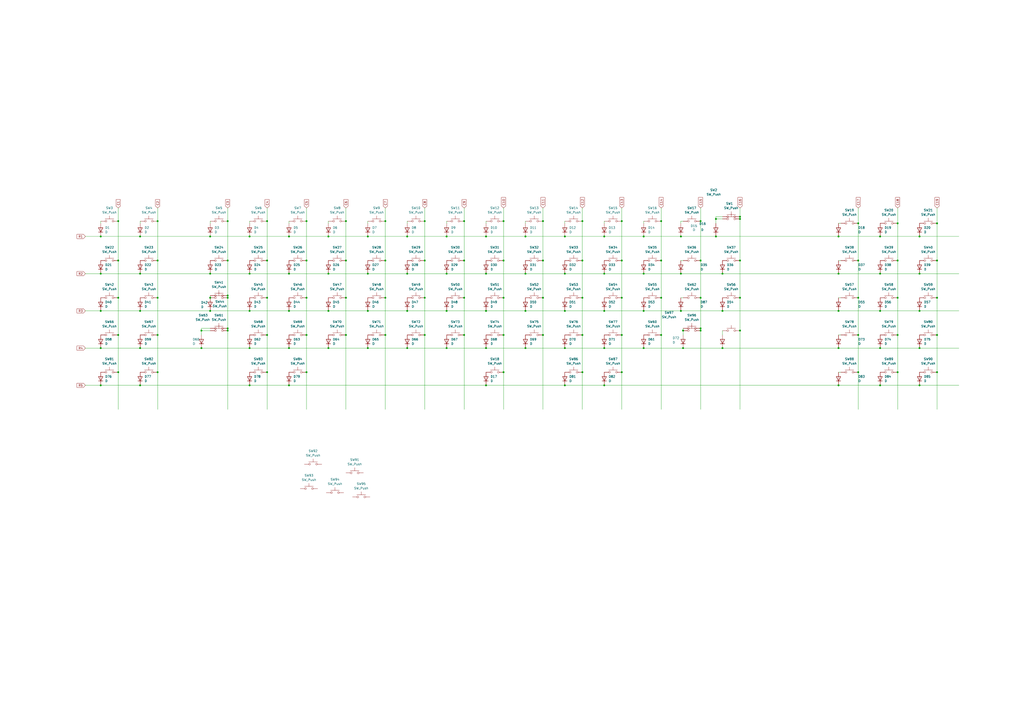
<source format=kicad_sch>
(kicad_sch (version 20231120) (generator "eeschema") (generator_version "8.0")
  (paper "A2")
  (junction (at 520.7 172.72))
  (junction (at 259.08 137.16))
  (junction (at 68.58 172.72))
  (junction (at 246.38 194.31))
  (junction (at 144.78 180.34))
  (junction (at 213.36 201.93))
  (junction (at 190.5 137.16))
  (junction (at 177.8 194.31))
  (junction (at 292.1 151.13))
  (junction (at 396.24 201.93))
  (junction (at 200.66 172.72))
  (junction (at 246.38 151.13))
  (junction (at 520.7 151.13))
  (junction (at 259.08 158.75))
  (junction (at 58.42 137.16))
  (junction (at 281.94 158.75))
  (junction (at 154.94 215.9))
  (junction (at 167.64 180.34))
  (junction (at 543.56 194.31))
  (junction (at 486.41 137.16))
  (junction (at 223.52 151.13))
  (junction (at 429.26 191.77))
  (junction (at 154.94 172.72))
  (junction (at 486.41 158.75))
  (junction (at 177.8 172.72))
  (junction (at 91.44 151.13))
  (junction (at 269.24 172.72))
  (junction (at 520.7 215.9))
  (junction (at 533.4 137.16))
  (junction (at 121.92 137.16))
  (junction (at 406.4 172.72))
  (junction (at 213.36 180.34))
  (junction (at 81.28 201.93))
  (junction (at 190.5 158.75))
  (junction (at 236.22 180.34))
  (junction (at 383.54 151.13))
  (junction (at 396.24 191.77))
  (junction (at 246.38 128.27))
  (junction (at 223.52 194.31))
  (junction (at 520.7 129.54))
  (junction (at 350.52 223.52))
  (junction (at 190.5 180.34))
  (junction (at 68.58 194.31))
  (junction (at 520.7 194.31))
  (junction (at 292.1 172.72))
  (junction (at 383.54 172.72))
  (junction (at 533.4 158.75))
  (junction (at 337.82 128.27))
  (junction (at 360.68 215.9))
  (junction (at 337.82 151.13))
  (junction (at 394.97 158.75))
  (junction (at 200.66 151.13))
  (junction (at 281.94 223.52))
  (junction (at 373.38 201.93))
  (junction (at 337.82 194.31))
  (junction (at 177.8 215.9))
  (junction (at 292.1 128.27))
  (junction (at 91.44 215.9))
  (junction (at 406.4 151.13))
  (junction (at 497.84 129.54))
  (junction (at 327.66 201.93))
  (junction (at 144.78 137.16))
  (junction (at 292.1 194.31))
  (junction (at 154.94 194.31))
  (junction (at 314.96 151.13))
  (junction (at 394.97 137.16))
  (junction (at 154.94 128.27))
  (junction (at 314.96 172.72))
  (junction (at 167.64 158.75))
  (junction (at 419.1 180.34))
  (junction (at 200.66 128.27))
  (junction (at 383.54 128.27))
  (junction (at 486.41 201.93))
  (junction (at 246.38 172.72))
  (junction (at 68.58 215.9))
  (junction (at 236.22 201.93))
  (junction (at 223.52 128.27))
  (junction (at 543.56 172.72))
  (junction (at 543.56 151.13))
  (junction (at 81.28 158.75))
  (junction (at 91.44 172.72))
  (junction (at 373.38 180.34))
  (junction (at 360.68 151.13))
  (junction (at 58.42 180.34))
  (junction (at 314.96 128.27))
  (junction (at 419.1 158.75))
  (junction (at 269.24 151.13))
  (junction (at 429.26 125.73))
  (junction (at 429.26 127))
  (junction (at 132.08 190.5))
  (junction (at 144.78 158.75))
  (junction (at 510.54 180.34))
  (junction (at 68.58 151.13))
  (junction (at 304.8 158.75))
  (junction (at 167.64 201.93))
  (junction (at 154.94 151.13))
  (junction (at 419.1 201.93))
  (junction (at 132.08 151.13))
  (junction (at 223.52 172.72))
  (junction (at 350.52 201.93))
  (junction (at 429.26 172.72))
  (junction (at 304.8 180.34))
  (junction (at 81.28 137.16))
  (junction (at 200.66 194.31))
  (junction (at 68.58 128.27))
  (junction (at 132.08 171.45))
  (junction (at 177.8 151.13))
  (junction (at 190.5 201.93))
  (junction (at 533.4 201.93))
  (junction (at 259.08 180.34))
  (junction (at 213.36 158.75))
  (junction (at 167.64 223.52))
  (junction (at 116.84 201.93))
  (junction (at 116.84 191.77))
  (junction (at 406.4 128.27))
  (junction (at 543.56 215.9))
  (junction (at 406.4 191.77))
  (junction (at 510.54 137.16))
  (junction (at 236.22 158.75))
  (junction (at 121.92 180.34))
  (junction (at 58.42 201.93))
  (junction (at 132.08 128.27))
  (junction (at 415.29 137.16))
  (junction (at 497.84 215.9))
  (junction (at 144.78 223.52))
  (junction (at 144.78 201.93))
  (junction (at 292.1 215.9))
  (junction (at 269.24 128.27))
  (junction (at 497.84 194.31))
  (junction (at 81.28 180.34))
  (junction (at 91.44 194.31))
  (junction (at 177.8 128.27))
  (junction (at 360.68 172.72))
  (junction (at 415.29 127))
  (junction (at 543.56 129.54))
  (junction (at 373.38 137.16))
  (junction (at 327.66 180.34))
  (junction (at 281.94 201.93))
  (junction (at 236.22 137.16))
  (junction (at 350.52 158.75))
  (junction (at 132.08 172.72))
  (junction (at 121.92 158.75))
  (junction (at 58.42 158.75))
  (junction (at 167.64 137.16))
  (junction (at 360.68 194.31))
  (junction (at 121.92 172.72))
  (junction (at 337.82 172.72))
  (junction (at 327.66 223.52))
  (junction (at 497.84 151.13))
  (junction (at 533.4 223.52))
  (junction (at 327.66 137.16))
  (junction (at 360.68 128.27))
  (junction (at 406.4 190.5))
  (junction (at 304.8 137.16))
  (junction (at 373.38 158.75))
  (junction (at 281.94 180.34))
  (junction (at 281.94 137.16))
  (junction (at 132.08 191.77))
  (junction (at 91.44 128.27))
  (junction (at 259.08 201.93))
  (junction (at 350.52 180.34))
  (junction (at 314.96 194.31))
  (junction (at 269.24 194.31))
  (junction (at 327.66 158.75))
  (junction (at 429.26 151.13))
  (junction (at 533.4 180.34))
  (junction (at 304.8 201.93))
  (junction (at 486.41 223.52))
  (junction (at 58.42 223.52))
  (junction (at 510.54 201.93))
  (junction (at 337.82 215.9))
  (junction (at 213.36 137.16))
  (junction (at 510.54 223.52))
  (junction (at 81.28 223.52))
  (junction (at 510.54 158.75))
  (junction (at 394.97 180.34))
  (junction (at 383.54 194.31))
  (junction (at 350.52 137.16))
  (junction (at 486.41 180.34))
  (junction (at 497.84 172.72))
  (wire (pts (xy 383.54 172.72) (xy 383.54 194.31)))
  (wire (pts (xy 236.22 128.27) (xy 236.22 129.54)))
  (wire (pts (xy 154.94 120.65) (xy 154.94 128.27)))
  (wire (pts (xy 337.82 151.13) (xy 337.82 172.72)))
  (wire (pts (xy 415.29 127) (xy 419.1 127)))
  (wire (pts (xy 167.64 223.52) (xy 281.94 223.52)))
  (wire (pts (xy 350.52 180.34) (xy 373.38 180.34)))
  (wire (pts (xy 68.58 194.31) (xy 68.58 215.9)))
  (wire (pts (xy 177.8 128.27) (xy 177.8 151.13)))
  (wire (pts (xy 304.8 128.27) (xy 304.8 129.54)))
  (wire (pts (xy 314.96 120.65) (xy 314.96 128.27)))
  (wire (pts (xy 132.08 190.5) (xy 132.08 191.77)))
  (wire (pts (xy 167.64 201.93) (xy 190.5 201.93)))
  (wire (pts (xy 200.66 120.65) (xy 200.66 128.27)))
  (wire (pts (xy 497.84 120.65) (xy 497.84 129.54)))
  (wire (pts (xy 350.52 128.27) (xy 350.52 129.54)))
  (wire (pts (xy 49.53 137.16) (xy 58.42 137.16)))
  (wire (pts (xy 419.1 158.75) (xy 486.41 158.75)))
  (wire (pts (xy 327.66 128.27) (xy 327.66 129.54)))
  (wire (pts (xy 91.44 194.31) (xy 91.44 215.9)))
  (wire (pts (xy 167.64 137.16) (xy 190.5 137.16)))
  (wire (pts (xy 292.1 215.9) (xy 292.1 237.49)))
  (wire (pts (xy 144.78 137.16) (xy 167.64 137.16)))
  (wire (pts (xy 510.54 223.52) (xy 533.4 223.52)))
  (wire (pts (xy 415.29 125.73) (xy 419.1 125.73)))
  (wire (pts (xy 327.66 201.93) (xy 350.52 201.93)))
  (wire (pts (xy 486.41 137.16) (xy 510.54 137.16)))
  (wire (pts (xy 350.52 201.93) (xy 373.38 201.93)))
  (wire (pts (xy 350.52 223.52) (xy 486.41 223.52)))
  (wire (pts (xy 337.82 120.65) (xy 337.82 128.27)))
  (wire (pts (xy 373.38 158.75) (xy 394.97 158.75)))
  (wire (pts (xy 116.84 190.5) (xy 121.92 190.5)))
  (wire (pts (xy 520.7 120.65) (xy 520.7 129.54)))
  (wire (pts (xy 154.94 151.13) (xy 154.94 172.72)))
  (wire (pts (xy 213.36 158.75) (xy 236.22 158.75)))
  (wire (pts (xy 58.42 137.16) (xy 81.28 137.16)))
  (wire (pts (xy 91.44 151.13) (xy 91.44 172.72)))
  (wire (pts (xy 533.4 201.93) (xy 556.26 201.93)))
  (wire (pts (xy 91.44 215.9) (xy 91.44 237.49)))
  (wire (pts (xy 533.4 223.52) (xy 556.26 223.52)))
  (wire (pts (xy 520.7 194.31) (xy 520.7 215.9)))
  (wire (pts (xy 190.5 201.93) (xy 213.36 201.93)))
  (wire (pts (xy 383.54 120.65) (xy 383.54 128.27)))
  (wire (pts (xy 223.52 128.27) (xy 223.52 151.13)))
  (wire (pts (xy 246.38 194.31) (xy 246.38 237.49)))
  (wire (pts (xy 487.68 172.72) (xy 486.41 172.72)))
  (wire (pts (xy 396.24 190.5) (xy 396.24 191.77)))
  (wire (pts (xy 406.4 120.65) (xy 406.4 128.27)))
  (wire (pts (xy 81.28 128.27) (xy 81.28 129.54)))
  (wire (pts (xy 337.82 172.72) (xy 337.82 194.31)))
  (wire (pts (xy 406.4 128.27) (xy 406.4 151.13)))
  (wire (pts (xy 327.66 137.16) (xy 350.52 137.16)))
  (wire (pts (xy 177.8 120.65) (xy 177.8 128.27)))
  (wire (pts (xy 304.8 180.34) (xy 327.66 180.34)))
  (wire (pts (xy 190.5 128.27) (xy 190.5 129.54)))
  (wire (pts (xy 429.26 120.65) (xy 429.26 125.73)))
  (wire (pts (xy 132.08 120.65) (xy 132.08 128.27)))
  (wire (pts (xy 543.56 151.13) (xy 543.56 172.72)))
  (wire (pts (xy 132.08 151.13) (xy 132.08 171.45)))
  (wire (pts (xy 304.8 137.16) (xy 327.66 137.16)))
  (wire (pts (xy 269.24 194.31) (xy 269.24 237.49)))
  (wire (pts (xy 406.4 151.13) (xy 406.4 172.72)))
  (wire (pts (xy 269.24 172.72) (xy 269.24 194.31)))
  (wire (pts (xy 487.68 129.54) (xy 486.41 129.54)))
  (wire (pts (xy 281.94 201.93) (xy 304.8 201.93)))
  (wire (pts (xy 58.42 158.75) (xy 81.28 158.75)))
  (wire (pts (xy 497.84 129.54) (xy 497.84 151.13)))
  (wire (pts (xy 394.97 137.16) (xy 415.29 137.16)))
  (wire (pts (xy 292.1 194.31) (xy 292.1 215.9)))
  (wire (pts (xy 406.4 191.77) (xy 406.4 237.49)))
  (wire (pts (xy 68.58 120.65) (xy 68.58 128.27)))
  (wire (pts (xy 543.56 194.31) (xy 543.56 215.9)))
  (wire (pts (xy 154.94 215.9) (xy 154.94 237.49)))
  (wire (pts (xy 116.84 191.77) (xy 116.84 194.31)))
  (wire (pts (xy 510.54 180.34) (xy 533.4 180.34)))
  (wire (pts (xy 81.28 137.16) (xy 121.92 137.16)))
  (wire (pts (xy 81.28 158.75) (xy 121.92 158.75)))
  (wire (pts (xy 429.26 151.13) (xy 429.26 172.72)))
  (wire (pts (xy 177.8 151.13) (xy 177.8 172.72)))
  (wire (pts (xy 429.26 191.77) (xy 429.26 237.49)))
  (wire (pts (xy 91.44 128.27) (xy 91.44 151.13)))
  (wire (pts (xy 337.82 194.31) (xy 337.82 215.9)))
  (wire (pts (xy 394.97 158.75) (xy 419.1 158.75)))
  (wire (pts (xy 58.42 180.34) (xy 81.28 180.34)))
  (wire (pts (xy 236.22 158.75) (xy 259.08 158.75)))
  (wire (pts (xy 543.56 129.54) (xy 543.56 151.13)))
  (wire (pts (xy 213.36 201.93) (xy 236.22 201.93)))
  (wire (pts (xy 327.66 180.34) (xy 350.52 180.34)))
  (wire (pts (xy 132.08 191.77) (xy 132.08 237.49)))
  (wire (pts (xy 121.92 171.45) (xy 121.92 172.72)))
  (wire (pts (xy 415.29 125.73) (xy 415.29 127)))
  (wire (pts (xy 314.96 128.27) (xy 314.96 151.13)))
  (wire (pts (xy 533.4 180.34) (xy 556.26 180.34)))
  (wire (pts (xy 58.42 128.27) (xy 58.42 129.54)))
  (wire (pts (xy 177.8 215.9) (xy 177.8 237.49)))
  (wire (pts (xy 543.56 172.72) (xy 543.56 194.31)))
  (wire (pts (xy 360.68 194.31) (xy 360.68 215.9)))
  (wire (pts (xy 383.54 151.13) (xy 383.54 172.72)))
  (wire (pts (xy 406.4 190.5) (xy 406.4 191.77)))
  (wire (pts (xy 396.24 151.13) (xy 394.97 151.13)))
  (wire (pts (xy 360.68 172.72) (xy 360.68 194.31)))
  (wire (pts (xy 116.84 191.77) (xy 121.92 191.77)))
  (wire (pts (xy 154.94 194.31) (xy 154.94 215.9)))
  (wire (pts (xy 190.5 180.34) (xy 213.36 180.34)))
  (wire (pts (xy 304.8 201.93) (xy 327.66 201.93)))
  (wire (pts (xy 429.26 127) (xy 429.26 151.13)))
  (wire (pts (xy 487.68 151.13) (xy 486.41 151.13)))
  (wire (pts (xy 68.58 172.72) (xy 68.58 194.31)))
  (wire (pts (xy 223.52 194.31) (xy 223.52 237.49)))
  (wire (pts (xy 200.66 194.31) (xy 200.66 237.49)))
  (wire (pts (xy 144.78 158.75) (xy 167.64 158.75)))
  (wire (pts (xy 213.36 128.27) (xy 213.36 129.54)))
  (wire (pts (xy 269.24 120.65) (xy 269.24 128.27)))
  (wire (pts (xy 406.4 172.72) (xy 406.4 190.5)))
  (wire (pts (xy 486.41 201.93) (xy 510.54 201.93)))
  (wire (pts (xy 116.84 190.5) (xy 116.84 191.77)))
  (wire (pts (xy 49.53 180.34) (xy 58.42 180.34)))
  (wire (pts (xy 394.97 128.27) (xy 394.97 129.54)))
  (wire (pts (xy 429.26 172.72) (xy 429.26 191.77)))
  (wire (pts (xy 350.52 158.75) (xy 373.38 158.75)))
  (wire (pts (xy 167.64 180.34) (xy 190.5 180.34)))
  (wire (pts (xy 116.84 201.93) (xy 144.78 201.93)))
  (wire (pts (xy 223.52 151.13) (xy 223.52 172.72)))
  (wire (pts (xy 190.5 137.16) (xy 213.36 137.16)))
  (wire (pts (xy 190.5 158.75) (xy 213.36 158.75)))
  (wire (pts (xy 292.1 151.13) (xy 292.1 172.72)))
  (wire (pts (xy 259.08 137.16) (xy 281.94 137.16)))
  (wire (pts (xy 314.96 151.13) (xy 314.96 172.72)))
  (wire (pts (xy 223.52 172.72) (xy 223.52 194.31)))
  (wire (pts (xy 292.1 172.72) (xy 292.1 194.31)))
  (wire (pts (xy 281.94 158.75) (xy 304.8 158.75)))
  (wire (pts (xy 419.1 180.34) (xy 486.41 180.34)))
  (wire (pts (xy 213.36 137.16) (xy 236.22 137.16)))
  (wire (pts (xy 510.54 137.16) (xy 533.4 137.16)))
  (wire (pts (xy 246.38 120.65) (xy 246.38 128.27)))
  (wire (pts (xy 497.84 151.13) (xy 497.84 172.72)))
  (wire (pts (xy 246.38 151.13) (xy 246.38 172.72)))
  (wire (pts (xy 49.53 158.75) (xy 58.42 158.75)))
  (wire (pts (xy 49.53 201.93) (xy 58.42 201.93)))
  (wire (pts (xy 144.78 201.93) (xy 167.64 201.93)))
  (wire (pts (xy 487.68 194.31) (xy 486.41 194.31)))
  (wire (pts (xy 200.66 172.72) (xy 200.66 194.31)))
  (wire (pts (xy 68.58 128.27) (xy 68.58 151.13)))
  (wire (pts (xy 236.22 180.34) (xy 259.08 180.34)))
  (wire (pts (xy 327.66 158.75) (xy 350.52 158.75)))
  (wire (pts (xy 132.08 128.27) (xy 132.08 151.13)))
  (wire (pts (xy 415.29 137.16) (xy 486.41 137.16)))
  (wire (pts (xy 81.28 223.52) (xy 144.78 223.52)))
  (wire (pts (xy 269.24 128.27) (xy 269.24 151.13)))
  (wire (pts (xy 121.92 158.75) (xy 144.78 158.75)))
  (wire (pts (xy 292.1 120.65) (xy 292.1 128.27)))
  (wire (pts (xy 497.84 172.72) (xy 497.84 194.31)))
  (wire (pts (xy 520.7 129.54) (xy 520.7 151.13)))
  (wire (pts (xy 396.24 201.93) (xy 419.1 201.93)))
  (wire (pts (xy 396.24 172.72) (xy 394.97 172.72)))
  (wire (pts (xy 200.66 151.13) (xy 200.66 172.72)))
  (wire (pts (xy 91.44 172.72) (xy 91.44 194.31)))
  (wire (pts (xy 337.82 215.9) (xy 337.82 237.49)))
  (wire (pts (xy 58.42 223.52) (xy 81.28 223.52)))
  (wire (pts (xy 144.78 128.27) (xy 144.78 129.54)))
  (wire (pts (xy 360.68 128.27) (xy 360.68 151.13)))
  (wire (pts (xy 373.38 201.93) (xy 396.24 201.93)))
  (wire (pts (xy 419.1 191.77) (xy 419.1 194.31)))
  (wire (pts (xy 304.8 158.75) (xy 327.66 158.75)))
  (wire (pts (xy 360.68 151.13) (xy 360.68 172.72)))
  (wire (pts (xy 144.78 180.34) (xy 167.64 180.34)))
  (wire (pts (xy 520.7 215.9) (xy 520.7 237.49)))
  (wire (pts (xy 415.29 127) (xy 415.29 129.54)))
  (wire (pts (xy 373.38 128.27) (xy 373.38 129.54)))
  (wire (pts (xy 373.38 180.34) (xy 394.97 180.34)))
  (wire (pts (xy 533.4 158.75) (xy 556.26 158.75)))
  (wire (pts (xy 132.08 171.45) (xy 132.08 172.72)))
  (wire (pts (xy 132.08 172.72) (xy 132.08 190.5)))
  (wire (pts (xy 510.54 158.75) (xy 533.4 158.75)))
  (wire (pts (xy 337.82 128.27) (xy 337.82 151.13)))
  (wire (pts (xy 144.78 223.52) (xy 167.64 223.52)))
  (wire (pts (xy 177.8 194.31) (xy 177.8 215.9)))
  (wire (pts (xy 383.54 128.27) (xy 383.54 151.13)))
  (wire (pts (xy 394.97 180.34) (xy 419.1 180.34)))
  (wire (pts (xy 486.41 223.52) (xy 510.54 223.52)))
  (wire (pts (xy 154.94 128.27) (xy 154.94 151.13)))
  (wire (pts (xy 383.54 194.31) (xy 383.54 237.49)))
  (wire (pts (xy 269.24 151.13) (xy 269.24 172.72)))
  (wire (pts (xy 360.68 215.9) (xy 360.68 237.49)))
  (wire (pts (xy 236.22 201.93) (xy 259.08 201.93)))
  (wire (pts (xy 497.84 215.9) (xy 497.84 237.49)))
  (wire (pts (xy 419.1 201.93) (xy 486.41 201.93)))
  (wire (pts (xy 259.08 180.34) (xy 281.94 180.34)))
  (wire (pts (xy 91.44 120.65) (xy 91.44 128.27)))
  (wire (pts (xy 487.68 215.9) (xy 486.41 215.9)))
  (wire (pts (xy 121.92 128.27) (xy 121.92 129.54)))
  (wire (pts (xy 396.24 191.77) (xy 396.24 194.31)))
  (wire (pts (xy 81.28 180.34) (xy 121.92 180.34)))
  (wire (pts (xy 314.96 194.31) (xy 314.96 237.49)))
  (wire (pts (xy 314.96 172.72) (xy 314.96 194.31)))
  (wire (pts (xy 259.08 128.27) (xy 259.08 129.54)))
  (wire (pts (xy 292.1 128.27) (xy 292.1 151.13)))
  (wire (pts (xy 429.26 125.73) (xy 429.26 127)))
  (wire (pts (xy 520.7 172.72) (xy 520.7 194.31)))
  (wire (pts (xy 373.38 137.16) (xy 394.97 137.16)))
  (wire (pts (xy 281.94 180.34) (xy 304.8 180.34)))
  (wire (pts (xy 396.24 128.27) (xy 394.97 128.27)))
  (wire (pts (xy 246.38 172.72) (xy 246.38 194.31)))
  (wire (pts (xy 200.66 128.27) (xy 200.66 151.13)))
  (wire (pts (xy 486.41 158.75) (xy 510.54 158.75)))
  (wire (pts (xy 327.66 223.52) (xy 350.52 223.52)))
  (wire (pts (xy 167.64 158.75) (xy 190.5 158.75)))
  (wire (pts (xy 177.8 172.72) (xy 177.8 194.31)))
  (wire (pts (xy 68.58 151.13) (xy 68.58 172.72)))
  (wire (pts (xy 543.56 120.65) (xy 543.56 129.54)))
  (wire (pts (xy 213.36 180.34) (xy 236.22 180.34)))
  (wire (pts (xy 121.92 137.16) (xy 144.78 137.16)))
  (wire (pts (xy 497.84 194.31) (xy 497.84 215.9)))
  (wire (pts (xy 543.56 215.9) (xy 543.56 237.49)))
  (wire (pts (xy 520.7 151.13) (xy 520.7 172.72)))
  (wire (pts (xy 236.22 137.16) (xy 259.08 137.16)))
  (wire (pts (xy 533.4 137.16) (xy 556.26 137.16)))
  (wire (pts (xy 281.94 223.52) (xy 327.66 223.52)))
  (wire (pts (xy 350.52 137.16) (xy 373.38 137.16)))
  (wire (pts (xy 259.08 201.93) (xy 281.94 201.93)))
  (wire (pts (xy 360.68 120.65) (xy 360.68 128.27)))
  (wire (pts (xy 510.54 201.93) (xy 533.4 201.93)))
  (wire (pts (xy 81.28 201.93) (xy 116.84 201.93)))
  (wire (pts (xy 281.94 137.16) (xy 304.8 137.16)))
  (wire (pts (xy 281.94 128.27) (xy 281.94 129.54)))
  (wire (pts (xy 58.42 201.93) (xy 81.28 201.93)))
  (wire (pts (xy 68.58 215.9) (xy 68.58 237.49)))
  (wire (pts (xy 223.52 120.65) (xy 223.52 128.27)))
  (wire (pts (xy 121.92 180.34) (xy 144.78 180.34)))
  (wire (pts (xy 154.94 172.72) (xy 154.94 194.31)))
  (wire (pts (xy 49.53 223.52) (xy 58.42 223.52)))
  (wire (pts (xy 246.38 128.27) (xy 246.38 151.13)))
  (wire (pts (xy 486.41 180.34) (xy 510.54 180.34)))
  (wire (pts (xy 259.08 158.75) (xy 281.94 158.75)))
  (wire (pts (xy 167.64 128.27) (xy 167.64 129.54)))
  (global_label "C1" (shape input) (at 68.58 120.65 90) (property "Intersheetrefs" "${INTERSHEET_REFS}" (effects (hide yes))))
  (global_label "C12" (shape input) (at 337.82 120.65 90) (property "Intersheetrefs" "${INTERSHEET_REFS}" (effects (hide yes))))
  (global_label "C19" (shape input) (at 543.56 120.65 90) (property "Intersheetrefs" "${INTERSHEET_REFS}" (effects (hide yes))))
  (global_label "R4" (shape input) (at 49.53 201.93 180) (property "Intersheetrefs" "${INTERSHEET_REFS}" (effects (hide yes))))
  (global_label "C7" (shape input) (at 223.52 120.65 90) (property "Intersheetrefs" "${INTERSHEET_REFS}" (effects (hide yes))))
  (global_label "R1" (shape input) (at 49.53 137.16 180) (property "Intersheetrefs" "${INTERSHEET_REFS}" (effects (hide yes))))
  (global_label "C17" (shape input) (at 497.84 120.65 90) (property "Intersheetrefs" "${INTERSHEET_REFS}" (effects (hide yes))))
  (global_label "R5" (shape input) (at 49.53 223.52 180) (property "Intersheetrefs" "${INTERSHEET_REFS}" (effects (hide yes))))
  (global_label "R2" (shape input) (at 49.53 158.75 180) (property "Intersheetrefs" "${INTERSHEET_REFS}" (effects (hide yes))))
  (global_label "C13" (shape input) (at 360.68 120.65 90) (property "Intersheetrefs" "${INTERSHEET_REFS}" (effects (hide yes))))
  (global_label "C2" (shape input) (at 91.44 120.65 90) (property "Intersheetrefs" "${INTERSHEET_REFS}" (effects (hide yes))))
  (global_label "C3" (shape input) (at 132.08 120.65 90) (property "Intersheetrefs" "${INTERSHEET_REFS}" (effects (hide yes))))
  (global_label "C18" (shape input) (at 520.7 120.65 90) (property "Intersheetrefs" "${INTERSHEET_REFS}" (effects (hide yes))))
  (global_label "C16" (shape input) (at 429.26 120.65 90) (property "Intersheetrefs" "${INTERSHEET_REFS}" (effects (hide yes))))
  (global_label "C5" (shape input) (at 177.8 120.65 90) (property "Intersheetrefs" "${INTERSHEET_REFS}" (effects (hide yes))))
  (global_label "C9" (shape input) (at 269.24 120.65 90) (property "Intersheetrefs" "${INTERSHEET_REFS}" (effects (hide yes))))
  (global_label "C4" (shape input) (at 154.94 120.65 90) (property "Intersheetrefs" "${INTERSHEET_REFS}" (effects (hide yes))))
  (global_label "C8" (shape input) (at 246.38 120.65 90) (property "Intersheetrefs" "${INTERSHEET_REFS}" (effects (hide yes))))
  (global_label "C11" (shape input) (at 314.96 120.65 90) (property "Intersheetrefs" "${INTERSHEET_REFS}" (effects (hide yes))))
  (global_label "C6" (shape input) (at 200.66 120.65 90) (property "Intersheetrefs" "${INTERSHEET_REFS}" (effects (hide yes))))
  (global_label "C10" (shape input) (at 292.1 120.65 90) (property "Intersheetrefs" "${INTERSHEET_REFS}" (effects (hide yes))))
  (global_label "C14" (shape input) (at 383.54 120.65 90) (property "Intersheetrefs" "${INTERSHEET_REFS}" (effects (hide yes))))
  (global_label "C15" (shape input) (at 406.4 120.65 90) (property "Intersheetrefs" "${INTERSHEET_REFS}" (effects (hide yes))))
  (global_label "R3" (shape input) (at 49.53 180.34 180) (property "Intersheetrefs" "${INTERSHEET_REFS}" (effects (hide yes))))
  (symbol (lib_id "Device:D") (at 327.66 133.35 90) (unit 1)
    (property "Reference" "D12" (at 330.2 132.08 90) (effects (justify right)))
    (property "Value" "D" (at 330.2 134.62 90) (effects (justify right)))
    (property "Footprint" "Diode_SMD:D_SOD-123" (effects (hide yes)))
    (property "Description" "Diode" (effects (hide yes)))
    (property "Sim.Device" "D" (effects (hide yes)))
    (property "Sim.Pins" "1=K 2=A" (effects (hide yes)))
  )
  (symbol (lib_id "Switch:SW_Push") (at 538.48 172.72 0) (unit 1)
    (property "Reference" "SW59" (at 538.48 165.1 0))
    (property "Value" "SW_Push" (at 538.48 167.64 0))
    (property "Footprint" "PCM_Switch_Keyboard_Hotswap_Kailh:SW_Hotswap_Kailh_MX_Plated_1.00u" (effects (hide yes)))
    (property "Description" "Push button switch, generic, two pins" (effects (hide yes)))
  )
  (symbol (lib_id "Device:D") (at 486.41 176.53 90) (unit 1)
    (property "Reference" "D55" (at 497.84 175.26 90) (effects (justify right)))
    (property "Value" "D" (at 497.84 177.8 90) (effects (justify right)))
    (property "Footprint" "Diode_SMD:D_SOD-123" (effects (hide yes)))
    (property "Description" "Diode" (effects (hide yes)))
    (property "Sim.Device" "D" (effects (hide yes)))
    (property "Sim.Pins" "1=K 2=A" (effects (hide yes)))
  )
  (symbol (lib_id "Device:D") (at 533.4 154.94 90) (unit 1)
    (property "Reference" "D39" (at 535.94 153.67 90) (effects (justify right)))
    (property "Value" "D" (at 535.94 156.21 90) (effects (justify right)))
    (property "Footprint" "Diode_SMD:D_SOD-123" (effects (hide yes)))
    (property "Description" "Diode" (effects (hide yes)))
    (property "Sim.Device" "D" (effects (hide yes)))
    (property "Sim.Pins" "1=K 2=A" (effects (hide yes)))
  )
  (symbol (lib_id "Device:D") (at 533.4 133.35 90) (unit 1)
    (property "Reference" "D20" (at 535.94 132.08 90) (effects (justify right)))
    (property "Value" "D" (at 535.94 134.62 90) (effects (justify right)))
    (property "Footprint" "Diode_SMD:D_SOD-123" (effects (hide yes)))
    (property "Description" "Diode" (effects (hide yes)))
    (property "Sim.Device" "D" (effects (hide yes)))
    (property "Sim.Pins" "1=K 2=A" (effects (hide yes)))
  )
  (symbol (lib_id "Switch:SW_Push") (at 492.76 215.9 0) (unit 1)
    (property "Reference" "SW88" (at 492.76 208.28 0))
    (property "Value" "SW_Push" (at 492.76 210.82 0))
    (property "Footprint" "PCM_Switch_Keyboard_Hotswap_Kailh:SW_Hotswap_Kailh_MX_Plated_1.00u" (effects (hide yes)))
    (property "Description" "Push button switch, generic, two pins" (effects (hide yes)))
  )
  (symbol (lib_id "Device:D") (at 304.8 133.35 90) (unit 1)
    (property "Reference" "D11" (at 307.34 132.08 90) (effects (justify right)))
    (property "Value" "D" (at 307.34 134.62 90) (effects (justify right)))
    (property "Footprint" "Diode_SMD:D_SOD-123" (effects (hide yes)))
    (property "Description" "Diode" (effects (hide yes)))
    (property "Sim.Device" "D" (effects (hide yes)))
    (property "Sim.Pins" "1=K 2=A" (effects (hide yes)))
  )
  (symbol (lib_id "Switch:SW_Push") (at 401.32 172.72 0) (unit 1)
    (property "Reference" "SW62" (at 401.32 165.1 0))
    (property "Value" "SW_Push" (at 401.32 167.64 0))
    (property "Footprint" "PCM_Switch_Keyboard_Hotswap_Kailh:SW_Hotswap_Kailh_MX_Plated_1.00u" (effects (hide yes)))
    (property "Description" "Push button switch, generic, two pins" (effects (hide yes)))
  )
  (symbol (lib_id "Device:D") (at 486.41 154.94 90) (unit 1)
    (property "Reference" "D37" (at 497.84 153.67 90) (effects (justify right)))
    (property "Value" "D" (at 497.84 156.21 90) (effects (justify right)))
    (property "Footprint" "Diode_SMD:D_SOD-123" (effects (hide yes)))
    (property "Description" "Diode" (effects (hide yes)))
    (property "Sim.Device" "D" (effects (hide yes)))
    (property "Sim.Pins" "1=K 2=A" (effects (hide yes)))
  )
  (symbol (lib_id "Switch:SW_Push") (at 515.62 151.13 0) (unit 1)
    (property "Reference" "SW39" (at 515.62 143.51 0))
    (property "Value" "SW_Push" (at 515.62 146.05 0))
    (property "Footprint" "PCM_Switch_Keyboard_Hotswap_Kailh:SW_Hotswap_Kailh_MX_Plated_1.00u" (effects (hide yes)))
    (property "Description" "Push button switch, generic, two pins" (effects (hide yes)))
  )
  (symbol (lib_id "Switch:SW_Push") (at 492.76 172.72 0) (unit 1)
    (property "Reference" "SW57" (at 492.76 165.1 0))
    (property "Value" "SW_Push" (at 492.76 167.64 0))
    (property "Footprint" "PCM_Switch_Keyboard_Hotswap_Kailh:SW_Hotswap_Kailh_MX_Plated_1.00u" (effects (hide yes)))
    (property "Description" "Push button switch, generic, two pins" (effects (hide yes)))
  )
  (symbol (lib_id "Switch:SW_Push") (at 424.18 191.77 0) (unit 1)
    (property "Reference" "SW64" (effects (hide yes)))
    (property "Value" "SW_Push" (effects (hide yes)))
    (property "Footprint" "PCM_Switch_Keyboard_Hotswap_Kailh:SW_Hotswap_Kailh_MX_Plated_1.00u" (effects (hide yes)))
    (property "Description" "Push button switch, generic, two pins" (effects (hide yes)))
  )
  (symbol (lib_id "Device:D") (at 281.94 176.53 90) (unit 1)
    (property "Reference" "D49" (at 284.48 175.26 90) (effects (justify right)))
    (property "Value" "D" (at 284.48 177.8 90) (effects (justify right)))
    (property "Footprint" "Diode_SMD:D_SOD-123" (effects (hide yes)))
    (property "Description" "Diode" (effects (hide yes)))
    (property "Sim.Device" "D" (effects (hide yes)))
    (property "Sim.Pins" "1=K 2=A" (effects (hide yes)))
  )
  (symbol (lib_id "Switch:SW_Push") (at 86.36 172.72 0) (unit 1)
    (property "Reference" "SW43" (at 86.36 165.1 0))
    (property "Value" "SW_Push" (at 86.36 167.64 0))
    (property "Footprint" "PCM_Switch_Keyboard_Hotswap_Kailh:SW_Hotswap_Kailh_MX_Plated_1.00u" (effects (hide yes)))
    (property "Description" "Push button switch, generic, two pins" (effects (hide yes)))
  )
  (symbol (lib_id "Switch:SW_Push") (at 86.36 151.13 0) (unit 1)
    (property "Reference" "SW23" (at 86.36 143.51 0))
    (property "Value" "SW_Push" (at 86.36 146.05 0))
    (property "Footprint" "PCM_Switch_Keyboard_Hotswap_Kailh:SW_Hotswap_Kailh_MX_Plated_1.00u" (effects (hide yes)))
    (property "Description" "Push button switch, generic, two pins" (effects (hide yes)))
  )
  (symbol (lib_id "Switch:SW_Push") (at 424.18 172.72 0) (unit 1)
    (property "Reference" "SW56" (at 424.18 165.1 0))
    (property "Value" "SW_Push" (at 424.18 167.64 0))
    (property "Footprint" "PCM_Switch_Keyboard_Hotswap_Kailh:SW_Hotswap_Kailh_MX_Plated_2.25u" (effects (hide yes)))
    (property "Description" "Push button switch, generic, two pins" (effects (hide yes)))
  )
  (symbol (lib_id "Device:D") (at 510.54 154.94 90) (unit 1)
    (property "Reference" "D38" (at 513.08 153.67 90) (effects (justify right)))
    (property "Value" "D" (at 513.08 156.21 90) (effects (justify right)))
    (property "Footprint" "Diode_SMD:D_SOD-123" (effects (hide yes)))
    (property "Description" "Diode" (effects (hide yes)))
    (property "Sim.Device" "D" (effects (hide yes)))
    (property "Sim.Pins" "1=K 2=A" (effects (hide yes)))
  )
  (symbol (lib_id "Switch:SW_Push") (at 149.86 172.72 0) (unit 1)
    (property "Reference" "SW45" (at 149.86 165.1 0))
    (property "Value" "SW_Push" (at 149.86 167.64 0))
    (property "Footprint" "PCM_Switch_Keyboard_Hotswap_Kailh:SW_Hotswap_Kailh_MX_Plated_1.00u" (effects (hide yes)))
    (property "Description" "Push button switch, generic, two pins" (effects (hide yes)))
  )
  (symbol (lib_id "Device:D") (at 259.08 154.94 90) (unit 1)
    (property "Reference" "D29" (at 261.62 153.67 90) (effects (justify right)))
    (property "Value" "D" (at 261.62 156.21 90) (effects (justify right)))
    (property "Footprint" "Diode_SMD:D_SOD-123" (effects (hide yes)))
    (property "Description" "Diode" (effects (hide yes)))
    (property "Sim.Device" "D" (effects (hide yes)))
    (property "Sim.Pins" "1=K 2=A" (effects (hide yes)))
  )
  (symbol (lib_id "Device:D") (at 81.28 176.53 90) (unit 1)
    (property "Reference" "D41" (at 83.82 175.26 90) (effects (justify right)))
    (property "Value" "D" (at 83.82 177.8 90) (effects (justify right)))
    (property "Footprint" "Diode_SMD:D_SOD-123" (effects (hide yes)))
    (property "Description" "Diode" (effects (hide yes)))
    (property "Sim.Device" "D" (effects (hide yes)))
    (property "Sim.Pins" "1=K 2=A" (effects (hide yes)))
  )
  (symbol (lib_id "Switch:SW_Push") (at 172.72 151.13 0) (unit 1)
    (property "Reference" "SW26" (at 172.72 143.51 0))
    (property "Value" "SW_Push" (at 172.72 146.05 0))
    (property "Footprint" "PCM_Switch_Keyboard_Hotswap_Kailh:SW_Hotswap_Kailh_MX_Plated_1.00u" (effects (hide yes)))
    (property "Description" "Push button switch, generic, two pins" (effects (hide yes)))
  )
  (symbol (lib_id "Switch:SW_Push") (at 264.16 151.13 0) (unit 1)
    (property "Reference" "SW30" (at 264.16 143.51 0))
    (property "Value" "SW_Push" (at 264.16 146.05 0))
    (property "Footprint" "PCM_Switch_Keyboard_Hotswap_Kailh:SW_Hotswap_Kailh_MX_Plated_1.00u" (effects (hide yes)))
    (property "Description" "Push button switch, generic, two pins" (effects (hide yes)))
  )
  (symbol (lib_id "Device:D") (at 350.52 154.94 90) (unit 1)
    (property "Reference" "D33" (at 353.06 153.67 90) (effects (justify right)))
    (property "Value" "D" (at 353.06 156.21 90) (effects (justify right)))
    (property "Footprint" "Diode_SMD:D_SOD-123" (effects (hide yes)))
    (property "Description" "Diode" (effects (hide yes)))
    (property "Sim.Device" "D" (effects (hide yes)))
    (property "Sim.Pins" "1=K 2=A" (effects (hide yes)))
  )
  (symbol (lib_id "Switch:SW_Push") (at 194.31 285.75 0) (unit 1)
    (property "Reference" "SW94" (at 194.31 278.13 0))
    (property "Value" "SW_Push" (at 194.31 280.67 0))
    (property "Footprint" "PCM_Mounting_Keyboard_Stabilizer:Stabilizer_Cherry_MX_2.00u" (effects (hide yes)))
    (property "Description" "Push button switch, generic, two pins" (effects (hide yes)))
  )
  (symbol (lib_id "Switch:SW_Push") (at 492.76 151.13 0) (unit 1)
    (property "Reference" "SW38" (at 492.76 143.51 0))
    (property "Value" "SW_Push" (at 492.76 146.05 0))
    (property "Footprint" "PCM_Switch_Keyboard_Hotswap_Kailh:SW_Hotswap_Kailh_MX_Plated_1.00u" (effects (hide yes)))
    (property "Description" "Push button switch, generic, two pins" (effects (hide yes)))
  )
  (symbol (lib_id "Switch:SW_Push") (at 355.6 151.13 0) (unit 1)
    (property "Reference" "SW34" (at 355.6 143.51 0))
    (property "Value" "SW_Push" (at 355.6 146.05 0))
    (property "Footprint" "PCM_Switch_Keyboard_Hotswap_Kailh:SW_Hotswap_Kailh_MX_Plated_1.00u" (effects (hide yes)))
    (property "Description" "Push button switch, generic, two pins" (effects (hide yes)))
  )
  (symbol (lib_id "Device:D") (at 396.24 198.12 90) (unit 1)
    (property "Reference" "D72" (at 390.144 196.088 90) (effects (justify right)))
    (property "Value" "D" (at 390.144 198.628 90) (effects (justify right)))
    (property "Footprint" "Diode_SMD:D_SOD-123" (effects (hide yes)))
    (property "Description" "Diode" (effects (hide yes)))
    (property "Sim.Device" "D" (effects (hide yes)))
    (property "Sim.Pins" "1=K 2=A" (effects (hide yes)))
  )
  (symbol (lib_id "Device:D") (at 116.84 198.12 90) (unit 1)
    (property "Reference" "D60" (at 111.76 196.85 90) (effects (justify right)))
    (property "Value" "D" (at 111.76 199.39 90) (effects (justify right)))
    (property "Footprint" "Diode_SMD:D_SOD-123" (effects (hide yes)))
    (property "Description" "Diode" (effects (hide yes)))
    (property "Sim.Device" "D" (effects (hide yes)))
    (property "Sim.Pins" "1=K 2=A" (effects (hide yes)))
  )
  (symbol (lib_id "Device:D") (at 259.08 176.53 90) (unit 1)
    (property "Reference" "D48" (at 261.62 175.26 90) (effects (justify right)))
    (property "Value" "D" (at 261.62 177.8 90) (effects (justify right)))
    (property "Footprint" "Diode_SMD:D_SOD-123" (effects (hide yes)))
    (property "Description" "Diode" (effects (hide yes)))
    (property "Sim.Device" "D" (effects (hide yes)))
    (property "Sim.Pins" "1=K 2=A" (effects (hide yes)))
  )
  (symbol (lib_id "Device:D") (at 327.66 176.53 90) (unit 1)
    (property "Reference" "D51" (at 330.2 175.26 90) (effects (justify right)))
    (property "Value" "D" (at 330.2 177.8 90) (effects (justify right)))
    (property "Footprint" "Diode_SMD:D_SOD-123" (effects (hide yes)))
    (property "Description" "Diode" (effects (hide yes)))
    (property "Sim.Device" "D" (effects (hide yes)))
    (property "Sim.Pins" "1=K 2=A" (effects (hide yes)))
  )
  (symbol (lib_id "Device:D") (at 304.8 198.12 90) (unit 1)
    (property "Reference" "D69" (at 307.34 196.85 90) (effects (justify right)))
    (property "Value" "D" (at 307.34 199.39 90) (effects (justify right)))
    (property "Footprint" "Diode_SMD:D_SOD-123" (effects (hide yes)))
    (property "Description" "Diode" (effects (hide yes)))
    (property "Sim.Device" "D" (effects (hide yes)))
    (property "Sim.Pins" "1=K 2=A" (effects (hide yes)))
  )
  (symbol (lib_id "Device:D") (at 81.28 154.94 90) (unit 1)
    (property "Reference" "D22" (at 83.82 153.67 90) (effects (justify right)))
    (property "Value" "D" (at 83.82 156.21 90) (effects (justify right)))
    (property "Footprint" "Diode_SMD:D_SOD-123" (effects (hide yes)))
    (property "Description" "Diode" (effects (hide yes)))
    (property "Sim.Device" "D" (effects (hide yes)))
    (property "Sim.Pins" "1=K 2=A" (effects (hide yes)))
  )
  (symbol (lib_id "Switch:SW_Push") (at 538.48 215.9 0) (unit 1)
    (property "Reference" "SW90" (at 538.48 208.28 0))
    (property "Value" "SW_Push" (at 538.48 210.82 0))
    (property "Footprint" "PCM_Switch_Keyboard_Hotswap_Kailh:SW_Hotswap_Kailh_MX_Plated_1.00u" (effects (hide yes)))
    (property "Description" "Push button switch, generic, two pins" (effects (hide yes)))
  )
  (symbol (lib_id "Switch:SW_Push") (at 355.6 172.72 0) (unit 1)
    (property "Reference" "SW54" (at 355.6 165.1 0))
    (property "Value" "SW_Push" (at 355.6 167.64 0))
    (property "Footprint" "PCM_Switch_Keyboard_Hotswap_Kailh:SW_Hotswap_Kailh_MX_Plated_1.00u" (effects (hide yes)))
    (property "Description" "Push button switch, generic, two pins" (effects (hide yes)))
  )
  (symbol (lib_id "Switch:SW_Push") (at 63.5 128.27 0) (unit 1)
    (property "Reference" "SW3" (at 63.5 120.65 0))
    (property "Value" "SW_Push" (at 63.5 123.19 0))
    (property "Footprint" "PCM_Switch_Keyboard_Hotswap_Kailh:SW_Hotswap_Kailh_MX_Plated_1.00u" (effects (hide yes)))
    (property "Description" "Push button switch, generic, two pins" (effects (hide yes)))
  )
  (symbol (lib_id "Switch:SW_Push") (at 332.74 151.13 0) (unit 1)
    (property "Reference" "SW33" (at 332.74 143.51 0))
    (property "Value" "SW_Push" (at 332.74 146.05 0))
    (property "Footprint" "PCM_Switch_Keyboard_Hotswap_Kailh:SW_Hotswap_Kailh_MX_Plated_1.00u" (effects (hide yes)))
    (property "Description" "Push button switch, generic, two pins" (effects (hide yes)))
  )
  (symbol (lib_id "Device:D") (at 394.97 176.53 90) (unit 1)
    (property "Reference" "D87" (at 406.4 175.26 90) (effects (justify right)))
    (property "Value" "D" (at 406.4 177.8 90) (effects (justify right)))
    (property "Footprint" "Diode_SMD:D_SOD-123" (effects (hide yes)))
    (property "Description" "Diode" (effects (hide yes)))
    (property "Sim.Device" "D" (effects (hide yes)))
    (property "Sim.Pins" "1=K 2=A" (effects (hide yes)))
  )
  (symbol (lib_id "Switch:SW_Push") (at 378.46 172.72 0) (unit 1)
    (property "Reference" "SW55" (at 378.46 165.1 0))
    (property "Value" "SW_Push" (at 378.46 167.64 0))
    (property "Footprint" "PCM_Switch_Keyboard_Hotswap_Kailh:SW_Hotswap_Kailh_MX_Plated_1.00u" (effects (hide yes)))
    (property "Description" "Push button switch, generic, two pins" (effects (hide yes)))
  )
  (symbol (lib_id "Switch:SW_Push") (at 218.44 128.27 0) (unit 1)
    (property "Reference" "SW9" (at 218.44 120.65 0))
    (property "Value" "SW_Push" (at 218.44 123.19 0))
    (property "Footprint" "PCM_Switch_Keyboard_Hotswap_Kailh:SW_Hotswap_Kailh_MX_Plated_1.00u" (effects (hide yes)))
    (property "Description" "Push button switch, generic, two pins" (effects (hide yes)))
  )
  (symbol (lib_id "Switch:SW_Push") (at 86.36 215.9 0) (unit 1)
    (property "Reference" "SW82" (at 86.36 208.28 0))
    (property "Value" "SW_Push" (at 86.36 210.82 0))
    (property "Footprint" "PCM_Switch_Keyboard_Hotswap_Kailh:SW_Hotswap_Kailh_MX_Plated_1.00u" (effects (hide yes)))
    (property "Description" "Push button switch, generic, two pins" (effects (hide yes)))
  )
  (symbol (lib_id "Device:D") (at 121.92 154.94 90) (unit 1)
    (property "Reference" "D23" (at 124.46 153.67 90) (effects (justify right)))
    (property "Value" "D" (at 124.46 156.21 90) (effects (justify right)))
    (property "Footprint" "Diode_SMD:D_SOD-123" (effects (hide yes)))
    (property "Description" "Diode" (effects (hide yes)))
    (property "Sim.Device" "D" (effects (hide yes)))
    (property "Sim.Pins" "1=K 2=A" (effects (hide yes)))
  )
  (symbol (lib_id "Switch:SW_Push") (at 63.5 215.9 0) (unit 1)
    (property "Reference" "SW81" (at 63.5 208.28 0))
    (property "Value" "SW_Push" (at 63.5 210.82 0))
    (property "Footprint" "PCM_Switch_Keyboard_Hotswap_Kailh:SW_Hotswap_Kailh_MX_Plated_1.00u" (effects (hide yes)))
    (property "Description" "Push button switch, generic, two pins" (effects (hide yes)))
  )
  (symbol (lib_id "Switch:SW_Push") (at 538.48 194.31 0) (unit 1)
    (property "Reference" "SW80" (at 538.48 186.69 0))
    (property "Value" "SW_Push" (at 538.48 189.23 0))
    (property "Footprint" "PCM_Switch_Keyboard_Hotswap_Kailh:SW_Hotswap_Kailh_MX_Plated_1.00u" (effects (hide yes)))
    (property "Description" "Push button switch, generic, two pins" (effects (hide yes)))
  )
  (symbol (lib_id "Switch:SW_Push") (at 287.02 151.13 0) (unit 1)
    (property "Reference" "SW31" (at 287.02 143.51 0))
    (property "Value" "SW_Push" (at 287.02 146.05 0))
    (property "Footprint" "PCM_Switch_Keyboard_Hotswap_Kailh:SW_Hotswap_Kailh_MX_Plated_1.00u" (effects (hide yes)))
    (property "Description" "Push button switch, generic, two pins" (effects (hide yes)))
  )
  (symbol (lib_id "Switch:SW_Push") (at 181.61 269.24 0) (unit 1)
    (property "Reference" "SW92" (at 181.61 261.62 0))
    (property "Value" "SW_Push" (at 181.61 264.16 0))
    (property "Footprint" "PCM_Mounting_Keyboard_Stabilizer:Stabilizer_Cherry_MX_2.00u" (effects (hide yes)))
    (property "Description" "Push button switch, generic, two pins" (effects (hide yes)))
  )
  (symbol (lib_id "Switch:SW_Push") (at 538.48 129.54 0) (unit 1)
    (property "Reference" "SW21" (at 538.48 121.92 0))
    (property "Value" "SW_Push" (at 538.48 124.46 0))
    (property "Footprint" "PCM_Switch_Keyboard_Hotswap_Kailh:SW_Hotswap_Kailh_MX_Plated_1.00u" (effects (hide yes)))
    (property "Description" "Push button switch, generic, two pins" (effects (hide yes)))
  )
  (symbol (lib_id "Switch:SW_Push") (at 309.88 194.31 0) (unit 1)
    (property "Reference" "SW75" (at 309.88 186.69 0))
    (property "Value" "SW_Push" (at 309.88 189.23 0))
    (property "Footprint" "PCM_Switch_Keyboard_Hotswap_Kailh:SW_Hotswap_Kailh_MX_Plated_1.00u" (effects (hide yes)))
    (property "Description" "Push button switch, generic, two pins" (effects (hide yes)))
  )
  (symbol (lib_id "Device:D") (at 327.66 154.94 90) (unit 1)
    (property "Reference" "D32" (at 330.2 153.67 90) (effects (justify right)))
    (property "Value" "D" (at 330.2 156.21 90) (effects (justify right)))
    (property "Footprint" "Diode_SMD:D_SOD-123" (effects (hide yes)))
    (property "Description" "Diode" (effects (hide yes)))
    (property "Sim.Device" "D" (effects (hide yes)))
    (property "Sim.Pins" "1=K 2=A" (effects (hide yes)))
  )
  (symbol (lib_id "Device:D") (at 510.54 198.12 90) (unit 1)
    (property "Reference" "D74" (at 513.08 196.85 90) (effects (justify right)))
    (property "Value" "D" (at 513.08 199.39 90) (effects (justify right)))
    (property "Footprint" "Diode_SMD:D_SOD-123" (effects (hide yes)))
    (property "Description" "Diode" (effects (hide yes)))
    (property "Sim.Device" "D" (effects (hide yes)))
    (property "Sim.Pins" "1=K 2=A" (effects (hide yes)))
  )
  (symbol (lib_id "Switch:SW_Push") (at 309.88 128.27 0) (unit 1)
    (property "Reference" "SW13" (at 309.88 120.65 0))
    (property "Value" "SW_Push" (at 309.88 123.19 0))
    (property "Footprint" "PCM_Switch_Keyboard_Hotswap_Kailh:SW_Hotswap_Kailh_MX_Plated_1.00u" (effects (hide yes)))
    (property "Description" "Push button switch, generic, two pins" (effects (hide yes)))
  )
  (symbol (lib_id "Device:D") (at 419.1 198.12 90) (unit 1)
    (property "Reference" "D86" (effects (hide yes)))
    (property "Value" "D" (effects (hide yes)))
    (property "Footprint" "Diode_SMD:D_SOD-123" (effects (hide yes)))
    (property "Description" "Diode" (effects (hide yes)))
    (property "Sim.Device" "D" (effects (hide yes)))
    (property "Sim.Pins" "1=K 2=A" (effects (hide yes)))
  )
  (symbol (lib_id "Device:D") (at 167.64 176.53 90) (unit 1)
    (property "Reference" "D44" (at 170.18 175.26 90) (effects (justify right)))
    (property "Value" "D" (at 170.18 177.8 90) (effects (justify right)))
    (property "Footprint" "Diode_SMD:D_SOD-123" (effects (hide yes)))
    (property "Description" "Diode" (effects (hide yes)))
    (property "Sim.Device" "D" (effects (hide yes)))
    (property "Sim.Pins" "1=K 2=A" (effects (hide yes)))
  )
  (symbol (lib_id "Device:D") (at 190.5 154.94 90) (unit 1)
    (property "Reference" "D26" (at 193.04 153.67 90) (effects (justify right)))
    (property "Value" "D" (at 193.04 156.21 90) (effects (justify right)))
    (property "Footprint" "Diode_SMD:D_SOD-123" (effects (hide yes)))
    (property "Description" "Diode" (effects (hide yes)))
    (property "Sim.Device" "D" (effects (hide yes)))
    (property "Sim.Pins" "1=K 2=A" (effects (hide yes)))
  )
  (symbol (lib_id "Device:D") (at 486.41 219.71 90) (unit 1)
    (property "Reference" "D83" (at 497.84 218.44 90) (effects (justify right)))
    (property "Value" "D" (at 497.84 220.98 90) (effects (justify right)))
    (property "Footprint" "Diode_SMD:D_SOD-123" (effects (hide yes)))
    (property "Description" "Diode" (effects (hide yes)))
    (property "Sim.Device" "D" (effects (hide yes)))
    (property "Sim.Pins" "1=K 2=A" (effects (hide yes)))
  )
  (symbol (lib_id "Device:D") (at 167.64 219.71 90) (unit 1)
    (property "Reference" "D79" (at 170.18 218.44 90) (effects (justify right)))
    (property "Value" "D" (at 170.18 220.98 90) (effects (justify right)))
    (property "Footprint" "Diode_SMD:D_SOD-123" (effects (hide yes)))
    (property "Description" "Diode" (effects (hide yes)))
    (property "Sim.Device" "D" (effects (hide yes)))
    (property "Sim.Pins" "1=K 2=A" (effects (hide yes)))
  )
  (symbol (lib_id "Device:D") (at 486.41 133.35 90) (unit 1)
    (property "Reference" "D18" (at 497.84 132.08 90) (effects (justify right)))
    (property "Value" "D" (at 497.84 134.62 90) (effects (justify right)))
    (property "Footprint" "Diode_SMD:D_SOD-123" (effects (hide yes)))
    (property "Description" "Diode" (effects (hide yes)))
    (property "Sim.Device" "D" (effects (hide yes)))
    (property "Sim.Pins" "1=K 2=A" (effects (hide yes)))
  )
  (symbol (lib_id "Switch:SW_Push") (at 127 190.5 0) (unit 1)
    (property "Reference" "SW61" (at 127 182.88 0))
    (property "Value" "SW_Push" (at 127 185.42 0))
    (property "Footprint" "PCM_Switch_Keyboard_Hotswap_Kailh:SW_Hotswap_Kailh_MX_Plated_2.25u" (effects (hide yes)))
    (property "Description" "Push button switch, generic, two pins" (effects (hide yes)))
  )
  (symbol (lib_id "Switch:SW_Push") (at 287.02 172.72 0) (unit 1)
    (property "Reference" "SW51" (at 287.02 165.1 0))
    (property "Value" "SW_Push" (at 287.02 167.64 0))
    (property "Footprint" "PCM_Switch_Keyboard_Hotswap_Kailh:SW_Hotswap_Kailh_MX_Plated_1.00u" (effects (hide yes)))
    (property "Description" "Push button switch, generic, two pins" (effects (hide yes)))
  )
  (symbol (lib_id "Switch:SW_Push") (at 264.16 194.31 0) (unit 1)
    (property "Reference" "SW73" (at 264.16 186.69 0))
    (property "Value" "SW_Push" (at 264.16 189.23 0))
    (property "Footprint" "PCM_Switch_Keyboard_Hotswap_Kailh:SW_Hotswap_Kailh_MX_Plated_1.00u" (effects (hide yes)))
    (property "Description" "Push button switch, generic, two pins" (effects (hide yes)))
  )
  (symbol (lib_id "Device:D") (at 236.22 176.53 90) (unit 1)
    (property "Reference" "D47" (at 238.76 175.26 90) (effects (justify right)))
    (property "Value" "D" (at 238.76 177.8 90) (effects (justify right)))
    (property "Footprint" "Diode_SMD:D_SOD-123" (effects (hide yes)))
    (property "Description" "Diode" (effects (hide yes)))
    (property "Sim.Device" "D" (effects (hide yes)))
    (property "Sim.Pins" "1=K 2=A" (effects (hide yes)))
  )
  (symbol (lib_id "Device:D") (at 213.36 198.12 90) (unit 1)
    (property "Reference" "D65" (at 215.9 196.85 90) (effects (justify right)))
    (property "Value" "D" (at 215.9 199.39 90) (effects (justify right)))
    (property "Footprint" "Diode_SMD:D_SOD-123" (effects (hide yes)))
    (property "Description" "Diode" (effects (hide yes)))
    (property "Sim.Device" "D" (effects (hide yes)))
    (property "Sim.Pins" "1=K 2=A" (effects (hide yes)))
  )
  (symbol (lib_id "Device:D") (at 281.94 133.35 90) (unit 1)
    (property "Reference" "D10" (at 284.48 132.08 90) (effects (justify right)))
    (property "Value" "D" (at 284.48 134.62 90) (effects (justify right)))
    (property "Footprint" "Diode_SMD:D_SOD-123" (effects (hide yes)))
    (property "Description" "Diode" (effects (hide yes)))
    (property "Sim.Device" "D" (effects (hide yes)))
    (property "Sim.Pins" "1=K 2=A" (effects (hide yes)))
  )
  (symbol (lib_id "Switch:SW_Push") (at 287.02 128.27 0) (unit 1)
    (property "Reference" "SW12" (at 287.02 120.65 0))
    (property "Value" "SW_Push" (at 287.02 123.19 0))
    (property "Footprint" "PCM_Switch_Keyboard_Hotswap_Kailh:SW_Hotswap_Kailh_MX_Plated_1.00u" (effects (hide yes)))
    (property "Description" "Push button switch, generic, two pins" (effects (hide yes)))
  )
  (symbol (lib_id "Switch:SW_Push") (at 378.46 128.27 0) (unit 1)
    (property "Reference" "SW16" (at 378.46 120.65 0))
    (property "Value" "SW_Push" (at 378.46 123.19 0))
    (property "Footprint" "PCM_Switch_Keyboard_Hotswap_Kailh:SW_Hotswap_Kailh_MX_Plated_1.00u" (effects (hide yes)))
    (property "Description" "Push button switch, generic, two pins" (effects (hide yes)))
  )
  (symbol (lib_id "Device:D") (at 121.92 176.53 90) (unit 1)
    (property "Reference" "D42" (at 116.586 175.514 90) (effects (justify right)))
    (property "Value" "D" (at 116.586 178.054 90) (effects (justify right)))
    (property "Footprint" "Diode_SMD:D_SOD-123" (effects (hide yes)))
    (property "Description" "Diode" (effects (hide yes)))
    (property "Sim.Device" "D" (effects (hide yes)))
    (property "Sim.Pins" "1=K 2=A" (effects (hide yes)))
  )
  (symbol (lib_id "Switch:SW_Push") (at 355.6 128.27 0) (unit 1)
    (property "Reference" "SW15" (at 355.6 120.65 0))
    (property "Value" "SW_Push" (at 355.6 123.19 0))
    (property "Footprint" "PCM_Switch_Keyboard_Hotswap_Kailh:SW_Hotswap_Kailh_MX_Plated_1.00u" (effects (hide yes)))
    (property "Description" "Push button switch, generic, two pins" (effects (hide yes)))
  )
  (symbol (lib_id "Switch:SW_Push") (at 172.72 215.9 0) (unit 1)
    (property "Reference" "SW84" (at 172.72 208.28 0))
    (property "Value" "SW_Push" (at 172.72 210.82 0))
    (property "Footprint" "PCM_Switch_Keyboard_Hotswap_Kailh:SW_Hotswap_Kailh_MX_Plated_1.25u" (effects (hide yes)))
    (property "Description" "Push button switch, generic, two pins" (effects (hide yes)))
  )
  (symbol (lib_id "Switch:SW_Push") (at 332.74 194.31 0) (unit 1)
    (property "Reference" "SW76" (at 332.74 186.69 0))
    (property "Value" "SW_Push" (at 332.74 189.23 0))
    (property "Footprint" "PCM_Switch_Keyboard_Hotswap_Kailh:SW_Hotswap_Kailh_MX_Plated_1.00u" (effects (hide yes)))
    (property "Description" "Push button switch, generic, two pins" (effects (hide yes)))
  )
  (symbol (lib_id "Device:D") (at 58.42 219.71 90) (unit 1)
    (property "Reference" "D76" (at 60.96 218.44 90) (effects (justify right)))
    (property "Value" "D" (at 60.96 220.98 90) (effects (justify right)))
    (property "Footprint" "Diode_SMD:D_SOD-123" (effects (hide yes)))
    (property "Description" "Diode" (effects (hide yes)))
    (property "Sim.Device" "D" (effects (hide yes)))
    (property "Sim.Pins" "1=K 2=A" (effects (hide yes)))
  )
  (symbol (lib_id "Switch:SW_Push") (at 63.5 172.72 0) (unit 1)
    (property "Reference" "SW42" (at 63.5 165.1 0))
    (property "Value" "SW_Push" (at 63.5 167.64 0))
    (property "Footprint" "PCM_Switch_Keyboard_Hotswap_Kailh:SW_Hotswap_Kailh_MX_Plated_1.00u" (effects (hide yes)))
    (property "Description" "Push button switch, generic, two pins" (effects (hide yes)))
  )
  (symbol (lib_id "Device:D") (at 259.08 133.35 90) (unit 1)
    (property "Reference" "D9" (at 261.62 132.08 90) (effects (justify right)))
    (property "Value" "D" (at 261.62 134.62 90) (effects (justify right)))
    (property "Footprint" "Diode_SMD:D_SOD-123" (effects (hide yes)))
    (property "Description" "Diode" (effects (hide yes)))
    (property "Sim.Device" "D" (effects (hide yes)))
    (property "Sim.Pins" "1=K 2=A" (effects (hide yes)))
  )
  (symbol (lib_id "Switch:SW_Push") (at 515.62 129.54 0) (unit 1)
    (property "Reference" "SW20" (at 515.62 121.92 0))
    (property "Value" "SW_Push" (at 515.62 124.46 0))
    (property "Footprint" "PCM_Switch_Keyboard_Hotswap_Kailh:SW_Hotswap_Kailh_MX_Plated_1.00u" (effects (hide yes)))
    (property "Description" "Push button switch, generic, two pins" (effects (hide yes)))
  )
  (symbol (lib_id "Device:D") (at 58.42 176.53 90) (unit 1)
    (property "Reference" "D40" (at 60.96 175.26 90) (effects (justify right)))
    (property "Value" "D" (at 60.96 177.8 90) (effects (justify right)))
    (property "Footprint" "Diode_SMD:D_SOD-123" (effects (hide yes)))
    (property "Description" "Diode" (effects (hide yes)))
    (property "Sim.Device" "D" (effects (hide yes)))
    (property "Sim.Pins" "1=K 2=A" (effects (hide yes)))
  )
  (symbol (lib_id "Device:D") (at 304.8 154.94 90) (unit 1)
    (property "Reference" "D31" (at 307.34 153.67 90) (effects (justify right)))
    (property "Value" "D" (at 307.34 156.21 90) (effects (justify right)))
    (property "Footprint" "Diode_SMD:D_SOD-123" (effects (hide yes)))
    (property "Description" "Diode" (effects (hide yes)))
    (property "Sim.Device" "D" (effects (hide yes)))
    (property "Sim.Pins" "1=K 2=A" (effects (hide yes)))
  )
  (symbol (lib_id "Device:D") (at 533.4 176.53 90) (unit 1)
    (property "Reference" "D57" (at 535.94 175.26 90) (effects (justify right)))
    (property "Value" "D" (at 535.94 177.8 90) (effects (justify right)))
    (property "Footprint" "Diode_SMD:D_SOD-123" (effects (hide yes)))
    (property "Description" "Diode" (effects (hide yes)))
    (property "Sim.Device" "D" (effects (hide yes)))
    (property "Sim.Pins" "1=K 2=A" (effects (hide yes)))
  )
  (symbol (lib_id "Switch:SW_Push") (at 515.62 194.31 0) (unit 1)
    (property "Reference" "SW79" (at 515.62 186.69 0))
    (property "Value" "SW_Push" (at 515.62 189.23 0))
    (property "Footprint" "PCM_Switch_Keyboard_Hotswap_Kailh:SW_Hotswap_Kailh_MX_Plated_1.00u" (effects (hide yes)))
    (property "Description" "Push button switch, generic, two pins" (effects (hide yes)))
  )
  (symbol (lib_id "Device:D") (at 236.22 198.12 90) (unit 1)
    (property "Reference" "D66" (at 238.76 196.85 90) (effects (justify right)))
    (property "Value" "D" (at 238.76 199.39 90) (effects (justify right)))
    (property "Footprint" "Diode_SMD:D_SOD-123" (effects (hide yes)))
    (property "Description" "Diode" (effects (hide yes)))
    (property "Sim.Device" "D" (effects (hide yes)))
    (property "Sim.Pins" "1=K 2=A" (effects (hide yes)))
  )
  (symbol (lib_id "Switch:SW_Push") (at 172.72 128.27 0) (unit 1)
    (property "Reference" "SW7" (at 172.72 120.65 0))
    (property "Value" "SW_Push" (at 172.72 123.19 0))
    (property "Footprint" "PCM_Switch_Keyboard_Hotswap_Kailh:SW_Hotswap_Kailh_MX_Plated_1.00u" (effects (hide yes)))
    (property "Description" "Push button switch, generic, two pins" (effects (hide yes)))
  )
  (symbol (lib_id "Switch:SW_Push") (at 332.74 172.72 0) (unit 1)
    (property "Reference" "SW53" (at 332.74 165.1 0))
    (property "Value" "SW_Push" (at 332.74 167.64 0))
    (property "Footprint" "PCM_Switch_Keyboard_Hotswap_Kailh:SW_Hotswap_Kailh_MX_Plated_1.00u" (effects (hide yes)))
    (property "Description" "Push button switch, generic, two pins" (effects (hide yes)))
  )
  (symbol (lib_id "Switch:SW_Push") (at 401.32 190.5 0) (unit 1)
    (property "Reference" "SW96" (at 401.32 182.88 0))
    (property "Value" "SW_Push" (at 401.32 185.42 0))
    (property "Footprint" "PCM_Switch_Keyboard_Hotswap_Kailh:SW_Hotswap_Kailh_MX_Plated_2.75u" (effects (hide yes)))
    (property "Description" "Push button switch, generic, two pins" (effects (hide yes)))
  )
  (symbol (lib_id "Switch:SW_Push") (at 63.5 151.13 0) (unit 1)
    (property "Reference" "SW22" (at 63.5 143.51 0))
    (property "Value" "SW_Push" (at 63.5 146.05 0))
    (property "Footprint" "PCM_Switch_Keyboard_Hotswap_Kailh:SW_Hotswap_Kailh_MX_Plated_1.00u" (effects (hide yes)))
    (property "Description" "Push button switch, generic, two pins" (effects (hide yes)))
  )
  (symbol (lib_id "Device:D") (at 236.22 154.94 90) (unit 1)
    (property "Reference" "D28" (at 238.76 153.67 90) (effects (justify right)))
    (property "Value" "D" (at 238.76 156.21 90) (effects (justify right)))
    (property "Footprint" "Diode_SMD:D_SOD-123" (effects (hide yes)))
    (property "Description" "Diode" (effects (hide yes)))
    (property "Sim.Device" "D" (effects (hide yes)))
    (property "Sim.Pins" "1=K 2=A" (effects (hide yes)))
  )
  (symbol (lib_id "Device:D") (at 419.1 176.53 90) (unit 1)
    (property "Reference" "D54" (at 421.64 175.26 90) (effects (justify right)))
    (property "Value" "D" (at 421.64 177.8 90) (effects (justify right)))
    (property "Footprint" "Diode_SMD:D_SOD-123" (effects (hide yes)))
    (property "Description" "Diode" (effects (hide yes)))
    (property "Sim.Device" "D" (effects (hide yes)))
    (property "Sim.Pins" "1=K 2=A" (effects (hide yes)))
  )
  (symbol (lib_id "Device:D") (at 236.22 133.35 90) (unit 1)
    (property "Reference" "D8" (at 238.76 132.08 90) (effects (justify right)))
    (property "Value" "D" (at 238.76 134.62 90) (effects (justify right)))
    (property "Footprint" "Diode_SMD:D_SOD-123" (effects (hide yes)))
    (property "Description" "Diode" (effects (hide yes)))
    (property "Sim.Device" "D" (effects (hide yes)))
    (property "Sim.Pins" "1=K 2=A" (effects (hide yes)))
  )
  (symbol (lib_id "Switch:SW_Push") (at 179.2302 283.4172 0) (unit 1)
    (property "Reference" "SW93" (at 179.2302 275.7972 0))
    (property "Value" "SW_Push" (at 179.2302 278.3372 0))
    (property "Footprint" "PCM_Mounting_Keyboard_Stabilizer:Stabilizer_Cherry_MX_2.00u" (effects (hide yes)))
    (property "Description" "Push button switch, generic, two pins" (effects (hide yes)))
  )
  (symbol (lib_id "Switch:SW_Push") (at 149.86 128.27 0) (unit 1)
    (property "Reference" "SW6" (at 149.86 120.65 0))
    (property "Value" "SW_Push" (at 149.86 123.19 0))
    (property "Footprint" "PCM_Switch_Keyboard_Hotswap_Kailh:SW_Hotswap_Kailh_MX_Plated_1.00u" (effects (hide yes)))
    (property "Description" "Push button switch, generic, two pins" (effects (hide yes)))
  )
  (symbol (lib_id "Device:D") (at 213.36 176.53 90) (unit 1)
    (property "Reference" "D46" (at 215.9 175.26 90) (effects (justify right)))
    (property "Value" "D" (at 215.9 177.8 90) (effects (justify right)))
    (property "Footprint" "Diode_SMD:D_SOD-123" (effects (hide yes)))
    (property "Description" "Diode" (effects (hide yes)))
    (property "Sim.Device" "D" (effects (hide yes)))
    (property "Sim.Pins" "1=K 2=A" (effects (hide yes)))
  )
  (symbol (lib_id "Switch:SW_Push") (at 241.3 151.13 0) (unit 1)
    (property "Reference" "SW29" (at 241.3 143.51 0))
    (property "Value" "SW_Push" (at 241.3 146.05 0))
    (property "Footprint" "PCM_Switch_Keyboard_Hotswap_Kailh:SW_Hotswap_Kailh_MX_Plated_1.00u" (effects (hide yes)))
    (property "Description" "Push button switch, generic, two pins" (effects (hide yes)))
  )
  (symbol (lib_id "Switch:SW_Push") (at 515.62 172.72 0) (unit 1)
    (property "Reference" "SW58" (at 515.62 165.1 0))
    (property "Value" "SW_Push" (at 515.62 167.64 0))
    (property "Footprint" "PCM_Switch_Keyboard_Hotswap_Kailh:SW_Hotswap_Kailh_MX_Plated_1.00u" (effects (hide yes)))
    (property "Description" "Push button switch, generic, two pins" (effects (hide yes)))
  )
  (symbol (lib_id "Device:D") (at 190.5 176.53 90) (unit 1)
    (property "Reference" "D45" (at 193.04 175.26 90) (effects (justify right)))
    (property "Value" "D" (at 193.04 177.8 90) (effects (justify right)))
    (property "Footprint" "Diode_SMD:D_SOD-123" (effects (hide yes)))
    (property "Description" "Diode" (effects (hide yes)))
    (property "Sim.Device" "D" (effects (hide yes)))
    (property "Sim.Pins" "1=K 2=A" (effects (hide yes)))
  )
  (symbol (lib_id "Switch:SW_Push") (at 195.58 128.27 0) (unit 1)
    (property "Reference" "SW8" (at 195.58 120.65 0))
    (property "Value" "SW_Push" (at 195.58 123.19 0))
    (property "Footprint" "PCM_Switch_Keyboard_Hotswap_Kailh:SW_Hotswap_Kailh_MX_Plated_1.00u" (effects (hide yes)))
    (property "Description" "Push button switch, generic, two pins" (effects (hide yes)))
  )
  (symbol (lib_id "Device:D") (at 121.92 133.35 90) (unit 1)
    (property "Reference" "D3" (at 124.46 132.08 90) (effects (justify right)))
    (property "Value" "D" (at 124.46 134.62 90) (effects (justify right)))
    (property "Footprint" "Diode_SMD:D_SOD-123" (effects (hide yes)))
    (property "Description" "Diode" (effects (hide yes)))
    (property "Sim.Device" "D" (effects (hide yes)))
    (property "Sim.Pins" "1=K 2=A" (effects (hide yes)))
  )
  (symbol (lib_id "Device:D") (at 213.36 154.94 90) (unit 1)
    (property "Reference" "D27" (at 215.9 153.67 90) (effects (justify right)))
    (property "Value" "D" (at 215.9 156.21 90) (effects (justify right)))
    (property "Footprint" "Diode_SMD:D_SOD-123" (effects (hide yes)))
    (property "Description" "Diode" (effects (hide yes)))
    (property "Sim.Device" "D" (effects (hide yes)))
    (property "Sim.Pins" "1=K 2=A" (effects (hide yes)))
  )
  (symbol (lib_id "Device:D") (at 373.38 154.94 90) (unit 1)
    (property "Reference" "D34" (at 375.92 153.67 90) (effects (justify right)))
    (property "Value" "D" (at 375.92 156.21 90) (effects (justify right)))
    (property "Footprint" "Diode_SMD:D_SOD-123" (effects (hide yes)))
    (property "Description" "Diode" (effects (hide yes)))
    (property "Sim.Device" "D" (effects (hide yes)))
    (property "Sim.Pins" "1=K 2=A" (effects (hide yes)))
  )
  (symbol (lib_id "Device:D") (at 510.54 219.71 90) (unit 1)
    (property "Reference" "D84" (at 513.08 218.44 90) (effects (justify right)))
    (property "Value" "D" (at 513.08 220.98 90) (effects (justify right)))
    (property "Footprint" "Diode_SMD:D_SOD-123" (effects (hide yes)))
    (property "Description" "Diode" (effects (hide yes)))
    (property "Sim.Device" "D" (effects (hide yes)))
    (property "Sim.Pins" "1=K 2=A" (effects (hide yes)))
  )
  (symbol (lib_id "Device:D") (at 144.78 198.12 90) (unit 1)
    (property "Reference" "D62" (at 147.32 196.85 90) (effects (justify right)))
    (property "Value" "D" (at 147.32 199.39 90) (effects (justify right)))
    (property "Footprint" "Diode_SMD:D_SOD-123" (effects (hide yes)))
    (property "Description" "Diode" (effects (hide yes)))
    (property "Sim.Device" "D" (effects (hide yes)))
    (property "Sim.Pins" "1=K 2=A" (effects (hide yes)))
  )
  (symbol (lib_id "Switch:SW_Push") (at 492.76 129.54 0) (unit 1)
    (property "Reference" "SW19" (at 492.76 121.92 0))
    (property "Value" "SW_Push" (at 492.76 124.46 0))
    (property "Footprint" "PCM_Switch_Keyboard_Hotswap_Kailh:SW_Hotswap_Kailh_MX_Plated_1.00u" (effects (hide yes)))
    (property "Description" "Push button switch, generic, two pins" (effects (hide yes)))
  )
  (symbol (lib_id "Switch:SW_Push") (at 332.74 128.27 0) (unit 1)
    (property "Reference" "SW14" (at 332.74 120.65 0))
    (property "Value" "SW_Push" (at 332.74 123.19 0))
    (property "Footprint" "PCM_Switch_Keyboard_Hotswap_Kailh:SW_Hotswap_Kailh_MX_Plated_1.00u" (effects (hide yes)))
    (property "Description" "Push button switch, generic, two pins" (effects (hide yes)))
  )
  (symbol (lib_id "Switch:SW_Push") (at 378.46 194.31 0) (unit 1)
    (property "Reference" "SW60" (at 378.46 186.69 0))
    (property "Value" "SW_Push" (at 378.46 189.23 0))
    (property "Footprint" "PCM_Switch_Keyboard_Hotswap_Kailh:SW_Hotswap_Kailh_MX_Plated_1.00u" (effects (hide yes)))
    (property "Description" "Push button switch, generic, two pins" (effects (hide yes)))
  )
  (symbol (lib_id "Device:D") (at 394.97 133.35 90) (unit 1)
    (property "Reference" "D15" (at 400.558 131.064 90) (effects (justify right)))
    (property "Value" "D" (at 401.828 133.35 90) (effects (justify right)))
    (property "Footprint" "Diode_SMD:D_SOD-123" (effects (hide yes)))
    (property "Description" "Diode" (effects (hide yes)))
    (property "Sim.Device" "D" (effects (hide yes)))
    (property "Sim.Pins" "1=K 2=A" (effects (hide yes)))
  )
  (symbol (lib_id "Device:D") (at 144.78 133.35 90) (unit 1)
    (property "Reference" "D4" (at 147.32 132.08 90) (effects (justify right)))
    (property "Value" "D" (at 147.32 134.62 90) (effects (justify right)))
    (property "Footprint" "Diode_SMD:D_SOD-123" (effects (hide yes)))
    (property "Description" "Diode" (effects (hide yes)))
    (property "Sim.Device" "D" (effects (hide yes)))
    (property "Sim.Pins" "1=K 2=A" (effects (hide yes)))
  )
  (symbol (lib_id "Device:D") (at 281.94 154.94 90) (unit 1)
    (property "Reference" "D30" (at 284.48 153.67 90) (effects (justify right)))
    (property "Value" "D" (at 284.48 156.21 90) (effects (justify right)))
    (property "Footprint" "Diode_SMD:D_SOD-123" (effects (hide yes)))
    (property "Description" "Diode" (effects (hide yes)))
    (property "Sim.Device" "D" (effects (hide yes)))
    (property "Sim.Pins" "1=K 2=A" (effects (hide yes)))
  )
  (symbol (lib_id "Switch:SW_Push") (at 195.58 172.72 0) (unit 1)
    (property "Reference" "SW47" (at 195.58 165.1 0))
    (property "Value" "SW_Push" (at 195.58 167.64 0))
    (property "Footprint" "PCM_Switch_Keyboard_Hotswap_Kailh:SW_Hotswap_Kailh_MX_Plated_1.00u" (effects (hide yes)))
    (property "Description" "Push button switch, generic, two pins" (effects (hide yes)))
  )
  (symbol (lib_id "Switch:SW_Push") (at 218.44 194.31 0) (unit 1)
    (property "Reference" "SW71" (at 218.44 186.69 0))
    (property "Value" "SW_Push" (at 218.44 189.23 0))
    (property "Footprint" "PCM_Switch_Keyboard_Hotswap_Kailh:SW_Hotswap_Kailh_MX_Plated_1.00u" (effects (hide yes)))
    (property "Description" "Push button switch, generic, two pins" (effects (hide yes)))
  )
  (symbol (lib_id "Switch:SW_Push") (at 287.02 215.9 0) (unit 1)
    (property "Reference" "SW18" (at 287.02 208.28 0))
    (property "Value" "SW_Push" (at 287.02 210.82 0))
    (property "Footprint" "PCM_Switch_Keyboard_Hotswap_Kailh:SW_Hotswap_Kailh_MX_Plated_6.25u" (effects (hide yes)))
    (property "Description" "Push button switch, generic, two pins" (effects (hide yes)))
  )
  (symbol (lib_id "Device:D") (at 533.4 219.71 90) (unit 1)
    (property "Reference" "D85" (at 535.94 218.44 90) (effects (justify right)))
    (property "Value" "D" (at 535.94 220.98 90) (effects (justify right)))
    (property "Footprint" "Diode_SMD:D_SOD-123" (effects (hide yes)))
    (property "Description" "Diode" (effects (hide yes)))
    (property "Sim.Device" "D" (effects (hide yes)))
    (property "Sim.Pins" "1=K 2=A" (effects (hide yes)))
  )
  (symbol (lib_id "Switch:SW_Push") (at 205.74 274.32 0) (unit 1)
    (property "Reference" "SW91" (at 205.74 266.7 0))
    (property "Value" "SW_Push" (at 205.74 269.24 0))
    (property "Footprint" "PCM_Mounting_Keyboard_Stabilizer:Stabilizer_Cherry_MX_6.25u" (effects (hide yes)))
    (property "Description" "Push button switch, generic, two pins" (effects (hide yes)))
  )
  (symbol (lib_id "Switch:SW_Push") (at 241.3 194.31 0) (unit 1)
    (property "Reference" "SW72" (at 241.3 186.69 0))
    (property "Value" "SW_Push" (at 241.3 189.23 0))
    (property "Footprint" "PCM_Switch_Keyboard_Hotswap_Kailh:SW_Hotswap_Kailh_MX_Plated_1.00u" (effects (hide yes)))
    (property "Description" "Push button switch, generic, two pins" (effects (hide yes)))
  )
  (symbol (lib_id "Device:D") (at 167.64 154.94 90) (unit 1)
    (property "Reference" "D25" (at 170.18 153.67 90) (effects (justify right)))
    (property "Value" "D" (at 170.18 156.21 90) (effects (justify right)))
    (property "Footprint" "Diode_SMD:D_SOD-123" (effects (hide yes)))
    (property "Description" "Diode" (effects (hide yes)))
    (property "Sim.Device" "D" (effects (hide yes)))
    (property "Sim.Pins" "1=K 2=A" (effects (hide yes)))
  )
  (symbol (lib_id "Device:D") (at 350.52 198.12 90) (unit 1)
    (property "Reference" "D71" (at 353.06 196.85 90) (effects (justify right)))
    (property "Value" "D" (at 353.06 199.39 90) (effects (justify right)))
    (property "Footprint" "Diode_SMD:D_SOD-123" (effects (hide yes)))
    (property "Description" "Diode" (effects (hide yes)))
    (property "Sim.Device" "D" (effects (hide yes)))
    (property "Sim.Pins" "1=K 2=A" (effects (hide yes)))
  )
  (symbol (lib_id "Device:D") (at 281.94 219.71 90) (unit 1)
    (property "Reference" "D17" (at 284.48 218.44 90) (effects (justify right)))
    (property "Value" "D" (at 284.48 220.98 90) (effects (justify right)))
    (property "Footprint" "Diode_SMD:D_SOD-123" (effects (hide yes)))
    (property "Description" "Diode" (effects (hide yes)))
    (property "Sim.Device" "D" (effects (hide yes)))
    (property "Sim.Pins" "1=K 2=A" (effects (hide yes)))
  )
  (symbol (lib_id "Switch:SW_Push") (at 127 172.72 0) (unit 1)
    (property "Reference" "SW44" (at 127.508 175.006 0))
    (property "Value" "SW_Push" (at 127.508 177.546 0))
    (property "Footprint" "PCM_Switch_Keyboard_Hotswap_Kailh:SW_Hotswap_Kailh_MX_Plated_1.25u" (effects (hide yes)))
    (property "Description" "Push button switch, generic, two pins" (effects (hide yes)))
  )
  (symbol (lib_id "Switch:SW_Push") (at 424.18 151.13 0) (unit 1)
    (property "Reference" "SW37" (at 424.18 143.51 0))
    (property "Value" "SW_Push" (at 424.18 146.05 0))
    (property "Footprint" "PCM_Switch_Keyboard_Hotswap_Kailh:SW_Hotswap_Kailh_MX_Plated_1.50u" (effects (hide yes)))
    (property "Description" "Push button switch, generic, two pins" (effects (hide yes)))
  )
  (symbol (lib_id "Switch:SW_Push") (at 264.16 172.72 0) (unit 1)
    (property "Reference" "SW50" (at 264.16 165.1 0))
    (property "Value" "SW_Push" (at 264.16 167.64 0))
    (property "Footprint" "PCM_Switch_Keyboard_Hotswap_Kailh:SW_Hotswap_Kailh_MX_Plated_1.00u" (effects (hide yes)))
    (property "Description" "Push button switch, generic, two pins" (effects (hide yes)))
  )
  (symbol (lib_id "Switch:SW_Push") (at 309.88 151.13 0) (unit 1)
    (property "Reference" "SW32" (at 309.88 143.51 0))
    (property "Value" "SW_Push" (at 309.88 146.05 0))
    (property "Footprint" "PCM_Switch_Keyboard_Hotswap_Kailh:SW_Hotswap_Kailh_MX_Plated_1.00u" (effects (hide yes)))
    (property "Description" "Push button switch, generic, two pins" (effects (hide yes)))
  )
  (symbol (lib_id "Device:D") (at 510.54 176.53 90) (unit 1)
    (property "Reference" "D56" (at 513.08 175.26 90) (effects (justify right)))
    (property "Value" "D" (at 513.08 177.8 90) (effects (justify right)))
    (property "Footprint" "Diode_SMD:D_SOD-123" (effects (hide yes)))
    (property "Description" "Diode" (effects (hide yes)))
    (property "Sim.Device" "D" (effects (hide yes)))
    (property "Sim.Pins" "1=K 2=A" (effects (hide yes)))
  )
  (symbol (lib_id "Device:D") (at 58.42 133.35 90) (unit 1)
    (property "Reference" "D1" (at 60.96 132.08 90) (effects (justify right)))
    (property "Value" "D" (at 60.96 134.62 90) (effects (justify right)))
    (property "Footprint" "Diode_SMD:D_SOD-123" (effects (hide yes)))
    (property "Description" "Diode" (effects (hide yes)))
    (property "Sim.Device" "D" (effects (hide yes)))
    (property "Sim.Pins" "1=K 2=A" (effects (hide yes)))
  )
  (symbol (lib_id "Switch:SW_Push") (at 149.86 194.31 0) (unit 1)
    (property "Reference" "SW68" (at 149.86 186.69 0))
    (property "Value" "SW_Push" (at 149.86 189.23 0))
    (property "Footprint" "PCM_Switch_Keyboard_Hotswap_Kailh:SW_Hotswap_Kailh_MX_Plated_1.00u" (effects (hide yes)))
    (property "Description" "Push button switch, generic, two pins" (effects (hide yes)))
  )
  (symbol (lib_id "Switch:SW_Push") (at 424.18 127 0) (unit 1)
    (property "Reference" "SW2" (at 414.02 110.236 0))
    (property "Value" "SW_Push" (at 414.02 112.776 0))
    (property "Footprint" "PCM_Switch_Keyboard_Hotswap_Kailh:SW_Hotswap_Kailh_MX_Plated_1.00u" (effects (hide yes)))
    (property "Description" "Push button switch, generic, two pins" (effects (hide yes)))
  )
  (symbol (lib_id "Switch:SW_Push") (at 401.32 191.77 0) (unit 1)
    (property "Reference" "SW97" (at 388.112 181.356 0))
    (property "Value" "SW_Push" (at 388.112 183.896 0))
    (property "Footprint" "PCM_Switch_Keyboard_Hotswap_Kailh:SW_Hotswap_Kailh_MX_Plated_1.75u" (effects (hide yes)))
    (property "Description" "Push button switch, generic, two pins" (effects (hide yes)))
  )
  (symbol (lib_id "Switch:SW_Push") (at 538.48 151.13 0) (unit 1)
    (property "Reference" "SW40" (at 538.48 143.51 0))
    (property "Value" "SW_Push" (at 538.48 146.05 0))
    (property "Footprint" "PCM_Switch_Keyboard_Hotswap_Kailh:SW_Hotswap_Kailh_MX_Plated_1.00u" (effects (hide yes)))
    (property "Description" "Push button switch, generic, two pins" (effects (hide yes)))
  )
  (symbol (lib_id "Switch:SW_Push") (at 127 191.77 0) (unit 1)
    (property "Reference" "SW63" (at 117.856 182.88 0))
    (property "Value" "SW_Push" (at 117.602 185.42 0))
    (property "Footprint" "PCM_Switch_Keyboard_Hotswap_Kailh:SW_Hotswap_Kailh_MX_Plated_1.25u" (effects (hide yes)))
    (property "Description" "Push button switch, generic, two pins" (effects (hide yes)))
  )
  (symbol (lib_id "Device:D") (at 373.38 176.53 90) (unit 1)
    (property "Reference" "D53" (at 375.92 175.26 90) (effects (justify right)))
    (property "Value" "D" (at 375.92 177.8 90) (effects (justify right)))
    (property "Footprint" "Diode_SMD:D_SOD-123" (effects (hide yes)))
    (property "Description" "Diode" (effects (hide yes)))
    (property "Sim.Device" "D" (effects (hide yes)))
    (property "Sim.Pins" "1=K 2=A" (effects (hide yes)))
  )
  (symbol (lib_id "Switch:SW_Push") (at 492.76 194.31 0) (unit 1)
    (property "Reference" "SW78" (at 492.76 186.69 0))
    (property "Value" "SW_Push" (at 492.76 189.23 0))
    (property "Footprint" "PCM_Switch_Keyboard_Hotswap_Kailh:SW_Hotswap_Kailh_MX_Plated_1.00u" (effects (hide yes)))
    (property "Description" "Push button switch, generic, two pins" (effects (hide yes)))
  )
  (symbol (lib_id "Device:D") (at 304.8 176.53 90) (unit 1)
    (property "Reference" "D50" (at 307.34 175.26 90) (effects (justify right)))
    (property "Value" "D" (at 307.34 177.8 90) (effects (justify right)))
    (property "Footprint" "Diode_SMD:D_SOD-123" (effects (hide yes)))
    (property "Description" "Diode" (effects (hide yes)))
    (property "Sim.Device" "D" (effects (hide yes)))
    (property "Sim.Pins" "1=K 2=A" (effects (hide yes)))
  )
  (symbol (lib_id "Switch:SW_Push") (at 149.86 151.13 0) (unit 1)
    (property "Reference" "SW25" (at 149.86 143.51 0))
    (property "Value" "SW_Push" (at 149.86 146.05 0))
    (property "Footprint" "PCM_Switch_Keyboard_Hotswap_Kailh:SW_Hotswap_Kailh_MX_Plated_1.00u" (effects (hide yes)))
    (property "Description" "Push button switch, generic, two pins" (effects (hide yes)))
  )
  (symbol (lib_id "Switch:SW_Push") (at 264.16 128.27 0) (unit 1)
    (property "Reference" "SW11" (at 264.16 120.65 0))
    (property "Value" "SW_Push" (at 264.16 123.19 0))
    (property "Footprint" "PCM_Switch_Keyboard_Hotswap_Kailh:SW_Hotswap_Kailh_MX_Plated_1.00u" (effects (hide yes)))
    (property "Description" "Push button switch, generic, two pins" (effects (hide yes)))
  )
  (symbol (lib_id "Switch:SW_Push") (at 149.86 215.9 0) (unit 1)
    (property "Reference" "SW83" (at 149.86 208.28 0))
    (property "Value" "SW_Push" (at 149.86 210.82 0))
    (property "Footprint" "PCM_Switch_Keyboard_Hotswap_Kailh:SW_Hotswap_Kailh_MX_Plated_1.00u" (effects (hide yes)))
    (property "Description" "Push button switch, generic, two pins" (effects (hide yes)))
  )
  (symbol (lib_id "Switch:SW_Push") (at 86.36 128.27 0) (unit 1)
    (property "Reference" "SW4" (at 86.36 120.65 0))
    (property "Value" "SW_Push" (at 86.36 123.19 0))
    (property "Footprint" "PCM_Switch_Keyboard_Hotswap_Kailh:SW_Hotswap_Kailh_MX_Plated_1.00u" (effects (hide yes)))
    (property "Description" "Push button switch, generic, two pins" (effects (hide yes)))
  )
  (symbol (lib_id "Switch:SW_Push") (at 355.6 194.31 0) (unit 1)
    (property "Reference" "SW77" (at 355.6 186.69 0))
    (property "Value" "SW_Push" (at 355.6 189.23 0))
    (property "Footprint" "PCM_Switch_Keyboard_Hotswap_Kailh:SW_Hotswap_Kailh_MX_Plated_1.00u" (effects (hide yes)))
    (property "Description" "Push button switch, generic, two pins" (effects (hide yes)))
  )
  (symbol (lib_id "Device:D") (at 327.66 219.71 90) (unit 1)
    (property "Reference" "D81" (at 330.2 218.44 90) (effects (justify right)))
    (property "Value" "D" (at 330.2 220.98 90) (effects (justify right)))
    (property "Footprint" "Diode_SMD:D_SOD-123" (effects (hide yes)))
    (property "Description" "Diode" (effects (hide yes)))
    (property "Sim.Device" "D" (effects (hide yes)))
    (property "Sim.Pins" "1=K 2=A" (effects (hide yes)))
  )
  (symbol (lib_id "Switch:SW_Push") (at 209.55 288.29 0) (unit 1)
    (property "Reference" "SW95" (at 209.55 280.67 0))
    (property "Value" "SW_Push" (at 209.55 283.21 0))
    (property "Footprint" "PCM_Mounting_Keyboard_Stabilizer:Stabilizer_Cherry_MX_2.00u" (effects (hide yes)))
    (property "Description" "Push button switch, generic, two pins" (effects (hide yes)))
  )
  (symbol (lib_id "Device:D") (at 394.97 154.94 90) (unit 1)
    (property "Reference" "D35" (at 406.4 153.67 90) (effects (justify right)))
    (property "Value" "D" (at 406.4 156.21 90) (effects (justify right)))
    (property "Footprint" "Diode_SMD:D_SOD-123" (effects (hide yes)))
    (property "Description" "Diode" (effects (hide yes)))
    (property "Sim.Device" "D" (effects (hide yes)))
    (property "Sim.Pins" "1=K 2=A" (effects (hide yes)))
  )
  (symbol (lib_id "Device:D") (at 81.28 219.71 90) (unit 1)
    (property "Reference" "D77" (at 83.82 218.44 90) (effects (justify right)))
    (property "Value" "D" (at 83.82 220.98 90) (effects (justify right)))
    (property "Footprint" "Diode_SMD:D_SOD-123" (effects (hide yes)))
    (property "Description" "Diode" (effects (hide yes)))
    (property "Sim.Device" "D" (effects (hide yes)))
    (property "Sim.Pins" "1=K 2=A" (effects (hide yes)))
  )
  (symbol (lib_id "Switch:SW_Push") (at 63.5 194.31 0) (unit 1)
    (property "Reference" "SW66" (at 63.5 186.69 0))
    (property "Value" "SW_Push" (at 63.5 189.23 0))
    (property "Footprint" "PCM_Switch_Keyboard_Hotswap_Kailh:SW_Hotswap_Kailh_MX_Plated_1.00u" (effects (hide yes)))
    (property "Description" "Push button switch, generic, two pins" (effects (hide yes)))
  )
  (symbol (lib_id "Switch:SW_Push") (at 401.32 151.13 0) (unit 1)
    (property "Reference" "SW36" (at 401.32 143.51 0))
    (property "Value" "SW_Push" (at 401.32 146.05 0))
    (property "Footprint" "PCM_Switch_Keyboard_Hotswap_Kailh:SW_Hotswap_Kailh_MX_Plated_1.00u" (effects (hide yes)))
    (property "Description" "Push button switch, generic, two pins" (effects (hide yes)))
  )
  (symbol (lib_id "Device:D") (at 190.5 198.12 90) (unit 1)
    (property "Reference" "D64" (at 193.04 196.85 90) (effects (justify right)))
    (property "Value" "D" (at 193.04 199.39 90) (effects (justify right)))
    (property "Footprint" "Diode_SMD:D_SOD-123" (effects (hide yes)))
    (property "Description" "Diode" (effects (hide yes)))
    (property "Sim.Device" "D" (effects (hide yes)))
    (property "Sim.Pins" "1=K 2=A" (effects (hide yes)))
  )
  (symbol (lib_id "Switch:SW_Push") (at 195.58 194.31 0) (unit 1)
    (property "Reference" "SW70" (at 195.58 186.69 0))
    (property "Value" "SW_Push" (at 195.58 189.23 0))
    (property "Footprint" "PCM_Switch_Keyboard_Hotswap_Kailh:SW_Hotswap_Kailh_MX_Plated_1.00u" (effects (hide yes)))
    (property "Description" "Push button switch, generic, two pins" (effects (hide yes)))
  )
  (symbol (lib_id "Device:D") (at 81.28 133.35 90) (unit 1)
    (property "Reference" "D2" (at 83.82 132.08 90) (effects (justify right)))
    (property "Value" "D" (at 83.82 134.62 90) (effects (justify right)))
    (property "Footprint" "Diode_SMD:D_SOD-123" (effects (hide yes)))
    (property "Description" "Diode" (effects (hide yes)))
    (property "Sim.Device" "D" (effects (hide yes)))
    (property "Sim.Pins" "1=K 2=A" (effects (hide yes)))
  )
  (symbol (lib_id "Device:D") (at 419.1 154.94 90) (unit 1)
    (property "Reference" "D36" (at 421.64 153.67 90) (effects (justify right)))
    (property "Value" "D" (at 421.64 156.21 90) (effects (justify right)))
    (property "Footprint" "Diode_SMD:D_SOD-123" (effects (hide yes)))
    (property "Description" "Diode" (effects (hide yes)))
    (property "Sim.Device" "D" (effects (hide yes)))
    (property "Sim.Pins" "1=K 2=A" (effects (hide yes)))
  )
  (symbol (lib_id "Device:D") (at 533.4 198.12 90) (unit 1)
    (property "Reference" "D75" (at 535.94 196.85 90) (effects (justify right)))
    (property "Value" "D" (at 535.94 199.39 90) (effects (justify right)))
    (property "Footprint" "Diode_SMD:D_SOD-123" (effects (hide yes)))
    (property "Description" "Diode" (effects (hide yes)))
    (property "Sim.Device" "D" (effects (hide yes)))
    (property "Sim.Pins" "1=K 2=A" (effects (hide yes)))
  )
  (symbol (lib_id "Device:D") (at 350.52 133.35 90) (unit 1)
    (property "Reference" "D13" (at 353.06 132.08 90) (effects (justify right)))
    (property "Value" "D" (at 353.06 134.62 90) (effects (justify right)))
    (property "Footprint" "Diode_SMD:D_SOD-123" (effects (hide yes)))
    (property "Description" "Diode" (effects (hide yes)))
    (property "Sim.Device" "D" (effects (hide yes)))
    (property "Sim.Pins" "1=K 2=A" (effects (hide yes)))
  )
  (symbol (lib_id "Device:D") (at 259.08 198.12 90) (unit 1)
    (property "Reference" "D67" (at 261.62 196.85 90) (effects (justify right)))
    (property "Value" "D" (at 261.62 199.39 90) (effects (justify right)))
    (property "Footprint" "Diode_SMD:D_SOD-123" (effects (hide yes)))
    (property "Description" "Diode" (effects (hide yes)))
    (property "Sim.Device" "D" (effects (hide yes)))
    (property "Sim.Pins" "1=K 2=A" (effects (hide yes)))
  )
  (symbol (lib_id "Switch:SW_Push") (at 127 128.27 0) (unit 1)
    (property "Reference" "SW5" (at 127 120.65 0))
    (property "Value" "SW_Push" (at 127 123.19 0))
    (property "Footprint" "PCM_Switch_Keyboard_Hotswap_Kailh:SW_Hotswap_Kailh_MX_Plated_1.00u" (effects (hide yes)))
    (property "Description" "Push button switch, generic, two pins" (effects (hide yes)))
  )
  (symbol (lib_id "Switch:SW_Push") (at 355.6 215.9 0) (unit 1)
    (property "Reference" "SW87" (at 355.6 208.28 0))
    (property "Value" "SW_Push" (at 355.6 210.82 0))
    (property "Footprint" "PCM_Switch_Keyboard_Hotswap_Kailh:SW_Hotswap_Kailh_MX_Plated_1.00u" (effects (hide yes)))
    (property "Description" "Push button switch, generic, two pins" (effects (hide yes)))
  )
  (symbol (lib_id "Device:D") (at 510.54 133.35 90) (unit 1)
    (property "Reference" "D19" (at 513.08 132.08 90) (effects (justify right)))
    (property "Value" "D" (at 513.08 134.62 90) (effects (justify right)))
    (property "Footprint" "Diode_SMD:D_SOD-123" (effects (hide yes)))
    (property "Description" "Diode" (effects (hide yes)))
    (property "Sim.Device" "D" (effects (hide yes)))
    (property "Sim.Pins" "1=K 2=A" (effects (hide yes)))
  )
  (symbol (lib_id "Switch:SW_Push") (at 218.44 151.13 0) (unit 1)
    (property "Reference" "SW28" (at 218.44 143.51 0))
    (property "Value" "SW_Push" (at 218.44 146.05 0))
    (property "Footprint" "PCM_Switch_Keyboard_Hotswap_Kailh:SW_Hotswap_Kailh_MX_Plated_1.00u" (effects (hide yes)))
    (property "Description" "Push button switch, generic, two pins" (effects (hide yes)))
  )
  (symbol (lib_id "Device:D") (at 327.66 198.12 90) (unit 1)
    (property "Reference" "D70" (at 330.2 196.85 90) (effects (justify right)))
    (property "Value" "D" (at 330.2 199.39 90) (effects (justify right)))
    (property "Footprint" "Diode_SMD:D_SOD-123" (effects (hide yes)))
    (property "Description" "Diode" (effects (hide yes)))
    (property "Sim.Device" "D" (effects (hide yes)))
    (property "Sim.Pins" "1=K 2=A" (effects (hide yes)))
  )
  (symbol (lib_id "Switch:SW_Push") (at 424.18 125.73 0) (unit 1)
    (property "Reference" "SW1" (at 423.164 118.11 0))
    (property "Value" "SW_Push" (at 424.18 120.65 0))
    (property "Footprint" "PCM_Switch_Keyboard_Hotswap_Kailh:SW_Hotswap_Kailh_MX_Plated_2.00u" (effects (hide yes)))
    (property "Description" "Push button switch, generic, two pins" (effects (hide yes)))
  )
  (symbol (lib_id "Switch:SW_Push") (at 127 171.45 0) (unit 1)
    (property "Reference" "SW41" (at 127 163.83 0))
    (property "Value" "SW_Push" (at 127 166.37 0))
    (property "Footprint" "PCM_Switch_Keyboard_Hotswap_Kailh:SW_Hotswap_Kailh_MX_Plated_1.75u" (effects (hide yes)))
    (property "Description" "Push button switch, generic, two pins" (effects (hide yes)))
  )
  (symbol (lib_id "Device:D") (at 373.38 198.12 90) (unit 1)
    (property "Reference" "D61" (at 375.92 196.85 90) (effects (justify right)))
    (property "Value" "D" (at 375.92 199.39 90) (effects (justify right)))
    (property "Footprint" "Diode_SMD:D_SOD-123" (effects (hide yes)))
    (property "Description" "Diode" (effects (hide yes)))
    (property "Sim.Device" "D" (effects (hide yes)))
    (property "Sim.Pins" "1=K 2=A" (effects (hide yes)))
  )
  (symbol (lib_id "Device:D") (at 167.64 133.35 90) (unit 1)
    (property "Reference" "D5" (at 170.18 132.08 90) (effects (justify right)))
    (property "Value" "D" (at 170.18 134.62 90) (effects (justify right)))
    (property "Footprint" "Diode_SMD:D_SOD-123" (effects (hide yes)))
    (property "Description" "Diode" (effects (hide yes)))
    (property "Sim.Device" "D" (effects (hide yes)))
    (property "Sim.Pins" "1=K 2=A" (effects (hide yes)))
  )
  (symbol (lib_id "Device:D") (at 167.64 198.12 90) (unit 1)
    (property "Reference" "D63" (at 170.18 196.85 90) (effects (justify right)))
    (property "Value" "D" (at 170.18 199.39 90) (effects (justify right)))
    (property "Footprint" "Diode_SMD:D_SOD-123" (effects (hide yes)))
    (property "Description" "Diode" (effects (hide yes)))
    (property "Sim.Device" "D" (effects (hide yes)))
    (property "Sim.Pins" "1=K 2=A" (effects (hide yes)))
  )
  (symbol (lib_id "Switch:SW_Push") (at 172.72 194.31 0) (unit 1)
    (property "Reference" "SW69" (at 172.72 186.69 0))
    (property "Value" "SW_Push" (at 172.72 189.23 0))
    (property "Footprint" "PCM_Switch_Keyboard_Hotswap_Kailh:SW_Hotswap_Kailh_MX_Plated_1.00u" (effects (hide yes)))
    (property "Description" "Push button switch, generic, two pins" (effects (hide yes)))
  )
  (symbol (lib_id "Switch:SW_Push") (at 241.3 172.72 0) (unit 1)
    (property "Reference" "SW49" (at 241.3 165.1 0))
    (property "Value" "SW_Push" (at 241.3 167.64 0))
    (property "Footprint" "PCM_Switch_Keyboard_Hotswap_Kailh:SW_Hotswap_Kailh_MX_Plated_1.00u" (effects (hide yes)))
    (property "Description" "Push button switch, generic, two pins" (effects (hide yes)))
  )
  (symbol (lib_id "Device:D") (at 486.41 198.12 90) (unit 1)
    (property "Reference" "D73" (at 497.84 196.85 90) (effects (justify right)))
    (property "Value" "D" (at 497.84 199.39 90) (effects (justify right)))
    (property "Footprint" "Diode_SMD:D_SOD-123" (effects (hide yes)))
    (property "Description" "Diode" (effects (hide yes)))
    (property "Sim.Device" "D" (effects (hide yes)))
    (property "Sim.Pins" "1=K 2=A" (effects (hide yes)))
  )
  (symbol (lib_id "Device:D") (at 213.36 133.35 90) (unit 1)
    (property "Reference" "D7" (at 215.9 132.08 90) (effects (justify right)))
    (property "Value" "D" (at 215.9 134.62 90) (effects (justify right)))
    (property "Footprint" "Diode_SMD:D_SOD-123" (effects (hide yes)))
    (property "Description" "Diode" (effects (hide yes)))
    (property "Sim.Device" "D" (effects (hide yes)))
    (property "Sim.Pins" "1=K 2=A" (effects (hide yes)))
  )
  (symbol (lib_id "Device:D") (at 190.5 133.35 90) (unit 1)
    (property "Reference" "D6" (at 193.04 132.08 90) (effects (justify right)))
    (property "Value" "D" (at 193.04 134.62 90) (effects (justify right)))
    (property "Footprint" "Diode_SMD:D_SOD-123" (effects (hide yes)))
    (property "Description" "Diode" (effects (hide yes)))
    (property "Sim.Device" "D" (effects (hide yes)))
    (property "Sim.Pins" "1=K 2=A" (effects (hide yes)))
  )
  (symbol (lib_id "Switch:SW_Push") (at 218.44 172.72 0) (unit 1)
    (property "Reference" "SW48" (at 218.44 165.1 0))
    (property "Value" "SW_Push" (at 218.44 167.64 0))
    (property "Footprint" "PCM_Switch_Keyboard_Hotswap_Kailh:SW_Hotswap_Kailh_MX_Plated_1.00u" (effects (hide yes)))
    (property "Description" "Push button switch, generic, two pins" (effects (hide yes)))
  )
  (symbol (lib_id "Switch:SW_Push") (at 195.58 151.13 0) (unit 1)
    (property "Reference" "SW27" (at 195.58 143.51 0))
    (property "Value" "SW_Push" (at 195.58 146.05 0))
    (property "Footprint" "PCM_Switch_Keyboard_Hotswap_Kailh:SW_Hotswap_Kailh_MX_Plated_1.00u" (effects (hide yes)))
    (property "Description" "Push button switch, generic, two pins" (effects (hide yes)))
  )
  (symbol (lib_id "Switch:SW_Push") (at 378.46 151.13 0) (unit 1)
    (property "Reference" "SW35" (at 378.46 143.51 0))
    (property "Value" "SW_Push" (at 378.46 146.05 0))
    (property "Footprint" "PCM_Switch_Keyboard_Hotswap_Kailh:SW_Hotswap_Kailh_MX_Plated_1.00u" (effects (hide yes)))
    (property "Description" "Push button switch, generic, two pins" (effects (hide yes)))
  )
  (symbol (lib_id "Device:D") (at 144.78 154.94 90) (unit 1)
    (property "Reference" "D24" (at 147.32 153.67 90) (effects (justify right)))
    (property "Value" "D" (at 147.32 156.21 90) (effects (justify right)))
    (property "Footprint" "Diode_SMD:D_SOD-123" (effects (hide yes)))
    (property "Description" "Diode" (effects (hide yes)))
    (property "Sim.Device" "D" (effects (hide yes)))
    (property "Sim.Pins" "1=K 2=A" (effects (hide yes)))
  )
  (symbol (lib_id "Switch:SW_Push") (at 401.32 128.27 0) (unit 1)
    (property "Reference" "SW17" (at 401.32 120.65 0))
    (property "Value" "SW_Push" (at 401.32 123.19 0))
    (property "Footprint" "PCM_Switch_Keyboard_Hotswap_Kailh:SW_Hotswap_Kailh_MX_Plated_1.00u" (effects (hide yes)))
    (property "Description" "Push button switch, generic, two pins" (effects (hide yes)))
  )
  (symbol (lib_id "Switch:SW_Push") (at 287.02 194.31 0) (unit 1)
    (property "Reference" "SW74" (at 287.02 186.69 0))
    (property "Value" "SW_Push" (at 287.02 189.23 0))
    (property "Footprint" "PCM_Switch_Keyboard_Hotswap_Kailh:SW_Hotswap_Kailh_MX_Plated_1.00u" (effects (hide yes)))
    (property "Description" "Push button switch, generic, two pins" (effects (hide yes)))
  )
  (symbol (lib_id "Switch:SW_Push") (at 309.88 172.72 0) (unit 1)
    (property "Reference" "SW52" (at 309.88 165.1 0))
    (property "Value" "SW_Push" (at 309.88 167.64 0))
    (property "Footprint" "PCM_Switch_Keyboard_Hotswap_Kailh:SW_Hotswap_Kailh_MX_Plated_1.00u" (effects (hide yes)))
    (property "Description" "Push button switch, generic, two pins" (effects (hide yes)))
  )
  (symbol (lib_id "Switch:SW_Push") (at 332.74 215.9 0) (unit 1)
    (property "Reference" "SW86" (at 332.74 208.28 0))
    (property "Value" "SW_Push" (at 332.74 210.82 0))
    (property "Footprint" "PCM_Switch_Keyboard_Hotswap_Kailh:SW_Hotswap_Kailh_MX_Plated_1.25u" (effects (hide yes)))
    (property "Description" "Push button switch, generic, two pins" (effects (hide yes)))
  )
  (symbol (lib_id "Device:D") (at 144.78 219.71 90) (unit 1)
    (property "Reference" "D78" (at 147.32 218.44 90) (effects (justify right)))
    (property "Value" "D" (at 147.32 220.98 90) (effects (justify right)))
    (property "Footprint" "Diode_SMD:D_SOD-123" (effects (hide yes)))
    (property "Description" "Diode" (effects (hide yes)))
    (property "Sim.Device" "D" (effects (hide yes)))
    (property "Sim.Pins" "1=K 2=A" (effects (hide yes)))
  )
  (symbol (lib_id "Switch:SW_Push") (at 127 151.13 0) (unit 1)
    (property "Reference" "SW24" (at 127 143.51 0))
    (property "Value" "SW_Push" (at 127 146.05 0))
    (property "Footprint" "PCM_Switch_Keyboard_Hotswap_Kailh:SW_Hotswap_Kailh_MX_Plated_1.50u" (effects (hide yes)))
    (property "Description" "Push button switch, generic, two pins" (effects (hide yes)))
  )
  (symbol (lib_id "Device:D") (at 81.28 198.12 90) (unit 1)
    (property "Reference" "D59" (at 83.82 196.85 90) (effects (justify right)))
    (property "Value" "D" (at 83.82 199.39 90) (effects (justify right)))
    (property "Footprint" "Diode_SMD:D_SOD-123" (effects (hide yes)))
    (property "Description" "Diode" (effects (hide yes)))
    (property "Sim.Device" "D" (effects (hide yes)))
    (property "Sim.Pins" "1=K 2=A" (effects (hide yes)))
  )
  (symbol (lib_id "Switch:SW_Push") (at 172.72 172.72 0) (unit 1)
    (property "Reference" "SW46" (at 172.72 165.1 0))
    (property "Value" "SW_Push" (at 172.72 167.64 0))
    (property "Footprint" "PCM_Switch_Keyboard_Hotswap_Kailh:SW_Hotswap_Kailh_MX_Plated_1.00u" (effects (hide yes)))
    (property "Description" "Push button switch, generic, two pins" (effects (hide yes)))
  )
  (symbol (lib_id "Device:D") (at 58.42 198.12 90) (unit 1)
    (property "Reference" "D58" (at 60.96 196.85 90) (effects (justify right)))
    (property "Value" "D" (at 60.96 199.39 90) (effects (justify right)))
    (property "Footprint" "Diode_SMD:D_SOD-123" (effects (hide yes)))
    (property "Description" "Diode" (effects (hide yes)))
    (property "Sim.Device" "D" (effects (hide yes)))
    (property "Sim.Pins" "1=K 2=A" (effects (hide yes)))
  )
  (symbol (lib_id "Device:D") (at 373.38 133.35 90) (unit 1)
    (property "Reference" "D14" (at 375.92 132.08 90) (effects (justify right)))
    (property "Value" "D" (at 375.92 134.62 90) (effects (justify right)))
    (property "Footprint" "Diode_SMD:D_SOD-123" (effects (hide yes)))
    (property "Description" "Diode" (effects (hide yes)))
    (property "Sim.Device" "D" (effects (hide yes)))
    (property "Sim.Pins" "1=K 2=A" (effects (hide yes)))
  )
  (symbol (lib_id "Switch:SW_Push") (at 86.36 194.31 0) (unit 1)
    (property "Reference" "SW67" (at 86.36 186.69 0))
    (property "Value" "SW_Push" (at 86.36 189.23 0))
    (property "Footprint" "PCM_Switch_Keyboard_Hotswap_Kailh:SW_Hotswap_Kailh_MX_Plated_1.00u" (effects (hide yes)))
    (property "Description" "Push button switch, generic, two pins" (effects (hide yes)))
  )
  (symbol (lib_id "Device:D") (at 350.52 219.71 90) (unit 1)
    (property "Reference" "D82" (at 353.06 218.44 90) (effects (justify right)))
    (property "Value" "D" (at 353.06 220.98 90) (effects (justify right)))
    (property "Footprint" "Diode_SMD:D_SOD-123" (effects (hide yes)))
    (property "Description" "Diode" (effects (hide yes)))
    (property "Sim.Device" "D" (effects (hide yes)))
    (property "Sim.Pins" "1=K 2=A" (effects (hide yes)))
  )
  (symbol (lib_id "Device:D") (at 58.42 154.94 90) (unit 1)
    (property "Reference" "D21" (at 60.96 153.67 90) (effects (justify right)))
    (property "Value" "D" (at 60.96 156.21 90) (effects (justify right)))
    (property "Footprint" "Diode_SMD:D_SOD-123" (effects (hide yes)))
    (property "Description" "Diode" (effects (hide yes)))
    (property "Sim.Device" "D" (effects (hide yes)))
    (property "Sim.Pins" "1=K 2=A" (effects (hide yes)))
  )
  (symbol (lib_id "Switch:SW_Push") (at 515.62 215.9 0) (unit 1)
    (property "Reference" "SW89" (at 515.62 208.28 0))
    (property "Value" "SW_Push" (at 515.62 210.82 0))
    (property "Footprint" "PCM_Switch_Keyboard_Hotswap_Kailh:SW_Hotswap_Kailh_MX_Plated_1.00u" (effects (hide yes)))
    (property "Description" "Push button switch, generic, two pins" (effects (hide yes)))
  )
  (symbol (lib_id "Device:D") (at 350.52 176.53 90) (unit 1)
    (property "Reference" "D52" (at 353.06 175.26 90) (effects (justify right)))
    (property "Value" "D" (at 353.06 177.8 90) (effects (justify right)))
    (property "Footprint" "Diode_SMD:D_SOD-123" (effects (hide yes)))
    (property "Description" "Diode" (effects (hide yes)))
    (property "Sim.Device" "D" (effects (hide yes)))
    (property "Sim.Pins" "1=K 2=A" (effects (hide yes)))
  )
  (symbol (lib_id "Switch:SW_Push") (at 241.3 128.27 0) (unit 1)
    (property "Reference" "SW10" (at 241.3 120.65 0))
    (property "Value" "SW_Push" (at 241.3 123.19 0))
    (property "Footprint" "PCM_Switch_Keyboard_Hotswap_Kailh:SW_Hotswap_Kailh_MX_Plated_1.00u" (effects (hide yes)))
    (property "Description" "Push button switch, generic, two pins" (effects (hide yes)))
  )
  (symbol (lib_id "Device:D") (at 281.94 198.12 90) (unit 1)
    (property "Reference" "D68" (at 284.48 196.85 90) (effects (justify right)))
    (property "Value" "D" (at 284.48 199.39 90) (effects (justify right)))
    (property "Footprint" "Diode_SMD:D_SOD-123" (effects (hide yes)))
    (property "Description" "Diode" (effects (hide yes)))
    (property "Sim.Device" "D" (effects (hide yes)))
    (property "Sim.Pins" "1=K 2=A" (effects (hide yes)))
  )
  (symbol (lib_id "Device:D") (at 144.78 176.53 90) (unit 1)
    (property "Reference" "D43" (at 147.32 175.26 90) (effects (justify right)))
    (property "Value" "D" (at 147.32 177.8 90) (effects (justify right)))
    (property "Footprint" "Diode_SMD:D_SOD-123" (effects (hide yes)))
    (property "Description" "Diode" (effects (hide yes)))
    (property "Sim.Device" "D" (effects (hide yes)))
    (property "Sim.Pins" "1=K 2=A" (effects (hide yes)))
  )
  (symbol (lib_id "Device:D") (at 415.29 133.35 90) (unit 1)
    (property "Reference" "D16" (at 405.638 129.794 90) (effects (justify right)))
    (property "Value" "D" (at 406.654 133.35 90) (effects (justify right)))
    (property "Footprint" "Diode_SMD:D_SOD-123" (effects (hide yes)))
    (property "Description" "Diode" (effects (hide yes)))
    (property "Sim.Device" "D" (effects (hide yes)))
    (property "Sim.Pins" "1=K 2=A" (effects (hide yes)))
  )
)
</source>
